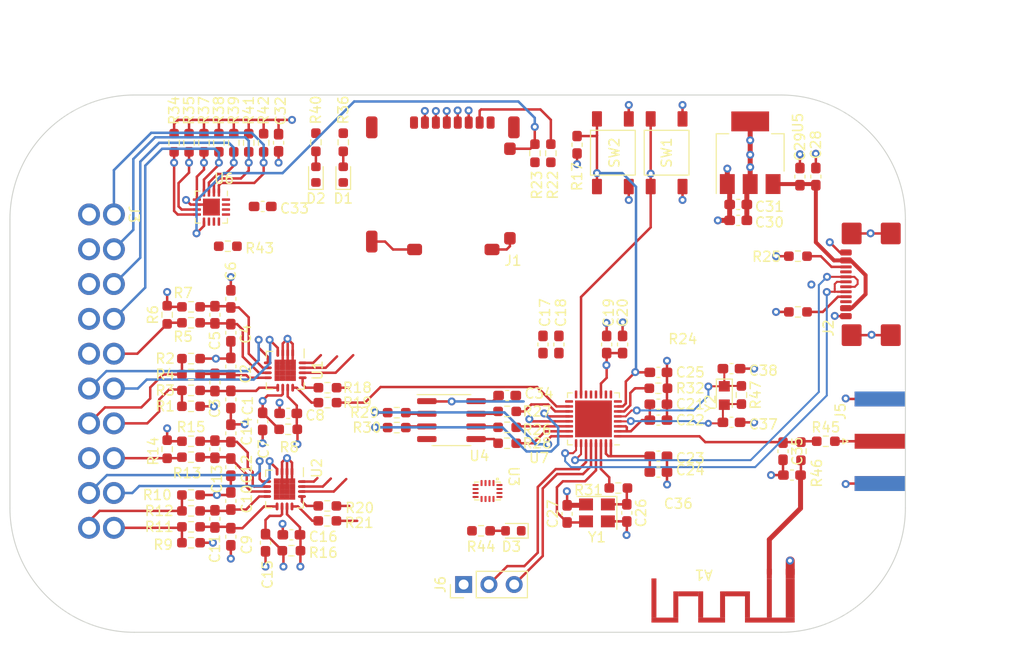
<source format=kicad_pcb>
(kicad_pcb (version 20221018) (generator pcbnew)
  (layers (0 "F.Cu" signal) (1 "In1.Cu" signal) (2 "In2.Cu" signal) (31 "B.Cu" signal) (34 "B.Paste" user) (35 "F.Paste" user) (36 "B.SilkS" user "B.Silkscreen") (37 "F.SilkS" user "F.Silkscreen") (38 "B.Mask" user) (39 "F.Mask" user) (44 "Edge.Cuts" user))
  (net 0 "")
  (net 1 "GND")
  (net 2 "Net-(A1-A)")
  (net 3 "Net-(U1-AIN0{slash}REFP1)")
  (net 4 "Net-(U1-AIN1)")
  (net 5 "Net-(U1-REFP0)")
  (net 6 "/ADS1220_1/AVDD")
  (net 7 "Net-(U1-REFN0)")
  (net 8 "Net-(U2-AIN0{slash}REFP1)")
  (net 9 "Net-(U2-AIN1)")
  (net 10 "Net-(U2-REFP0)")
  (net 11 "/ADS1220_2/AVDD")
  (net 12 "Net-(U2-REFN0)")
  (net 13 "Net-(U7-CHIP_EN)")
  (net 14 "Net-(D1-K)")
  (net 15 "/CS3")
  (net 16 "Net-(D1-A)")
  (net 17 "/DOUT")
  (net 18 "/SCLK")
  (net 19 "/TM-ESP32/XTAL_P")
  (net 20 "/TM-ESP32/XTAL_N")
  (net 21 "/GPIO7")
  (net 22 "+5V")
  (net 23 "Net-(D2-K)")
  (net 24 "Net-(D2-A)")
  (net 25 "Net-(D3-K)")
  (net 26 "Net-(D3-A)")
  (net 28 "Net-(J1-DAT0)")
  (net 29 "/GPIO0")
  (net 30 "/GPIO1")
  (net 31 "/GPIO2")
  (net 32 "/GPIO3")
  (net 33 "/ADC2AIN2")
  (net 34 "/DIN")
  (net 35 "/GPIO4")
  (net 36 "/GPIO5")
  (net 37 "/CS5")
  (net 38 "/CS6")
  (net 39 "/CS7")
  (net 41 "Net-(J2-CC1)")
  (net 42 "+3V3")
  (net 43 "/TM-ESP32/SPICS0")
  (net 45 "Net-(J2-CC2)")
  (net 47 "Net-(J5-In)")
  (net 48 "/TM-ESP32/XTAL_32k_P")
  (net 49 "/TM-ESP32/XTAL_32k_N")
  (net 50 "/TM-ESP32/DecoderA0")
  (net 51 "Net-(U1-DOUT{slash}nDRDY)")
  (net 52 "Net-(U1-nDRDY)")
  (net 53 "Net-(U2-DOUT{slash}nDRDY)")
  (net 54 "Net-(U2-nDRDY)")
  (net 55 "/TM-ESP32/RF")
  (net 56 "/TM-ESP32/D-")
  (net 57 "/TM-ESP32/D+")
  (net 58 "/TM-ESP32/RXD")
  (net 59 "/TM-ESP32/TXD")
  (net 60 "/TM-ESP32/DecoderA1")
  (net 61 "/TM-ESP32/DecoderA2")
  (net 62 "/TM-ESP32/SPIHD")
  (net 63 "/TM-ESP32/SPIWP")
  (net 64 "/TM-ESP32/SPICLK")
  (net 65 "/TM-ESP32/SPID")
  (net 66 "/TM-ESP32/SPIQ")
  (net 67 "/nDRDY1")
  (net 68 "/nDRDY2")
  (net 69 "/ADC1AIN0")
  (net 70 "/ADC1AIN1")
  (net 71 "/ADC1REFIN")
  (net 72 "/ADC2AIN0")
  (net 73 "/ADC2AIN1")
  (net 74 "/ADC2REFIN")
  (net 75 "/ADC1AIN3")
  (net 76 "/ADC1AIN2")
  (net 77 "/ADC2AIN3")
  (net 78 "Net-(U4-CLK)")
  (net 79 "Net-(U4-{slash}HOLD)")
  (net 80 "Net-(U4-DI)")
  (net 81 "Net-(U4-DO)")
  (net 82 "Net-(U4-{slash}WP)")
  (net 83 "Net-(U7-XTAL_P)")
  (net 84 "Net-(U7-GPIO2)")
  (net 85 "Net-(U6-Dout)")
  (net 86 "Net-(U7-GPIO9)")
  (net 87 "/CS1")
  (net 88 "/CS2")
  (net 89 "/CS4")
  (net 90 "/GPIO6")
  (footprint "Capacitor_SMD:C_0603_1608Metric_Pad1.08x0.95mm_HandSolder" (layer "F.Cu") (at 84.2 94 -90)
    (fp_text reference "C14")
    (fp_text value "10n")
  )
  (footprint "Capacitor_SMD:C_0603_1608Metric_Pad1.08x0.95mm_HandSolder" (layer "F.Cu") (at 139.7 95.8 -90)
    (fp_text reference "C35")
    (fp_text value "DNF")
  )
  (footprint "Resistor_SMD:R_0603_1608Metric_Pad0.98x0.95mm_HandSolder" (layer "F.Cu") (at 111.975 91.8 180)
    (fp_text reference "R27")
    (fp_text value "24")
  )
  (footprint "Capacitor_SMD:C_0603_1608Metric_Pad1.08x0.95mm_HandSolder" (layer "F.Cu") (at 84.2 97.4 -90)
    (fp_text reference "C12")
    (fp_text value "10n")
  )
  (footprint "Resistor_SMD:R_0603_1608Metric_Pad0.98x0.95mm_HandSolder" (layer "F.Cu") (at 141.5 95.8 -90)
    (fp_text reference "R46")
    (fp_text value "0")
  )
  (footprint "Capacitor_SMD:C_0603_1608Metric_Pad1.08x0.95mm_HandSolder" (layer "F.Cu") (at 127.175 97.9)
    (fp_text reference "C24")
    (fp_text value "470n")
  )
  (footprint "Capacitor_SMD:C_0603_1608Metric_Pad1.08x0.95mm_HandSolder" (layer "F.Cu") (at 141.4 68.2 90)
    (fp_text reference "C29")
    (fp_text value "470n")
  )
  (footprint "Resistor_SMD:R_0603_1608Metric_Pad0.98x0.95mm_HandSolder" (layer "F.Cu") (at 92.75 64.75 90)
    (fp_text reference "R40")
    (fp_text value "1k")
  )
  (footprint "Capacitor_SMD:C_0603_1608Metric_Pad1.08x0.95mm_HandSolder" (layer "F.Cu") (at 84.2 90.6 90)
    (fp_text reference "C1")
    (fp_text value "10n")
  )
  (footprint "Capacitor_SMD:C_0603_1608Metric_Pad1.08x0.95mm_HandSolder" (layer "F.Cu") (at 127.175 87.875)
    (fp_text reference "C25")
    (fp_text value "470n")
  )
  (footprint "Resistor_SMD:R_0603_1608Metric_Pad0.98x0.95mm_HandSolder" (layer "F.Cu") (at 135.52 90.15 -90)
    (fp_text reference "R47")
    (fp_text value "DNF")
  )
  (footprint "Resistor_SMD:R_0603_1608Metric_Pad0.98x0.95mm_HandSolder" (layer "F.Cu") (at 123.15 99.5)
    (fp_text reference "R31")
    (fp_text value "0")
  )
  (footprint "Resistor_SMD:R_0603_1608Metric_Pad0.98x0.95mm_HandSolder" (layer "F.Cu") (at 93.9175 89.4175)
    (fp_text reference "R18")
    (fp_text value "24")
  )
  (footprint "Capacitor_SMD:C_0603_1608Metric_Pad1.08x0.95mm_HandSolder" (layer "F.Cu") (at 87.4 92.8 -90)
    (fp_text reference "C7")
    (fp_text value "470n")
  )
  (footprint "Resistor_SMD:R_0603_1608Metric_Pad0.98x0.95mm_HandSolder" (layer "F.Cu") (at 111.975 95)
    (fp_text reference "R28")
    (fp_text value "24")
  )
  (footprint "Resistor_SMD:R_0603_1608Metric_Pad0.98x0.95mm_HandSolder" (layer "F.Cu") (at 144 94.8)
    (fp_text reference "R45")
    (fp_text value "DNF")
  )
  (footprint "CH:QFN-16_EP_3.5x3.5_Pitch0.5mm" (layer "F.Cu") (at 89.5975 99.6025 -90)
    (fp_text reference "U2")
    (fp_text value "ADS1220-VQFN")
  )
  (footprint "Capacitor_SMD:C_0603_1608Metric_Pad1.08x0.95mm_HandSolder" (layer "F.Cu") (at 84.2 100.8 90)
    (fp_text reference "C10")
    (fp_text value "10n")
  )
  (footprint "Resistor_SMD:R_0603_1608Metric_Pad0.98x0.95mm_HandSolder" (layer "F.Cu") (at 141.2 76.2)
    (fp_text reference "R25")
    (fp_text value "5.1k")
  )
  (footprint "Connector_Coaxial:SMA_Amphenol_132289_EdgeMount" (layer "F.Cu") (at 149.4375 94.8)
    (fp_text reference "J5")
    (fp_text value "Conn_Coaxial")
  )
  (footprint "Capacitor_SMD:C_0603_1608Metric_Pad1.08x0.95mm_HandSolder" (layer "F.Cu") (at 115.575 85.075 90)
    (fp_text reference "C17")
    (fp_text value "470n")
  )
  (footprint "Package_DFN_QFN:QFN-16-1EP_3x3mm_P0.5mm_EP1.7x1.7mm" (layer "F.Cu") (at 82.25 71.2625 -90)
    (fp_text reference "U6")
    (fp_text value "MAX7317ATE+")
  )
  (footprint "Resistor_SMD:R_0603_1608Metric_Pad0.98x0.95mm_HandSolder" (layer "F.Cu") (at 80.2 96.4)
    (fp_text reference "R13")
    (fp_text value "820")
  )
  (footprint "Resistor_SMD:R_0603_1608Metric_Pad0.98x0.95mm_HandSolder" (layer "F.Cu") (at 83 64.8 90)
    (fp_text reference "R38")
    (fp_text value "1k")
  )
  (footprint "ThermalMint:WifiAntenna" (layer "F.Cu") (at 140.875 107.625 180)
    (fp_text reference "A1")
    (fp_text value "AntennaWithGround")
  )
  (footprint "Resistor_SMD:R_0603_1608Metric_Pad0.98x0.95mm_HandSolder" (layer "F.Cu") (at 95.5 64.75 90)
    (fp_text reference "R36")
    (fp_text value "1k")
  )
  (footprint "Capacitor_SMD:C_0603_1608Metric_Pad1.08x0.95mm_HandSolder" (layer "F.Cu") (at 135.2 72.6 180)
    (fp_text reference "C30")
    (fp_text value "470n")
  )
  (footprint "Resistor_SMD:R_0603_1608Metric_Pad0.98x0.95mm_HandSolder" (layer "F.Cu") (at 80.2 103.4)
    (fp_text reference "R11")
    (fp_text value "820")
  )
  (footprint "Resistor_SMD:R_0603_1608Metric_Pad0.98x0.95mm_HandSolder" (layer "F.Cu") (at 114.765 65.85 90)
    (fp_text reference "R23")
    (fp_text value "10k")
  )
  (footprint "Resistor_SMD:R_0603_1608Metric_Pad0.98x0.95mm_HandSolder" (layer "F.Cu") (at 80.2 86.49)
    (fp_text reference "R2")
    (fp_text value "DNF")
  )
  (footprint "ThermalMint:SW_SPST_PTS647" (layer "F.Cu") (at 122.6 65.8 90)
    (fp_text reference "SW2")
    (fp_text value "PTS647")
  )
  (footprint "Capacitor_SMD:C_0603_1608Metric_Pad1.08x0.95mm_HandSolder" (layer "F.Cu") (at 89.9675 92 180)
    (fp_text reference "C8")
    (fp_text value "470n")
  )
  (footprint "ThermalMint:Molex_SDCard_5031821852" (layer "F.Cu") (at 97.79 62.15)
    (fp_text reference "J1")
    (fp_text value "Molex_5031821852")
  )
  (footprint "Resistor_SMD:R_0603_1608Metric_Pad0.98x0.95mm_HandSolder" (layer "F.Cu") (at 116.365 65.85 -90)
    (fp_text reference "R22")
    (fp_text value "24")
  )
  (footprint "Resistor_SMD:R_0603_1608Metric_Pad0.98x0.95mm_HandSolder" (layer "F.Cu") (at 80.2 101.8)
    (fp_text reference "R12")
    (fp_text value "820")
  )
  (footprint "Resistor_SMD:R_0603_1608Metric_Pad0.98x0.95mm_HandSolder" (layer "F.Cu") (at 141.2 81.8)
    (fp_text reference "R24")
    (fp_text value "5.1k")
  )
  (footprint "Capacitor_SMD:C_0603_1608Metric_Pad1.08x0.95mm_HandSolder" (layer "F.Cu") (at 121.975 85.075 90)
    (fp_text reference "C19")
    (fp_text value "470n")
  )
  (footprint "Resistor_SMD:R_0603_1608Metric_Pad0.98x0.95mm_HandSolder" (layer "F.Cu") (at 80.2 91.29 180)
    (fp_text reference "R1")
    (fp_text value "DNF")
  )
  (footprint "LED_SMD:LED_0603_1608Metric" (layer "F.Cu") (at 95.5 68 90)
    (fp_text reference "D1")
    (fp_text value "LED")
  )
  (footprint "Resistor_SMD:R_0603_1608Metric_Pad0.98x0.95mm_HandSolder" (layer "F.Cu") (at 84.5 64.8 90)
    (fp_text reference "R39")
    (fp_text value "1k")
  )
  (footprint "Capacitor_SMD:C_0603_1608Metric_Pad1.08x0.95mm_HandSolder" (layer "F.Cu") (at 134.52 87.5)
    (fp_text reference "C38")
    (fp_text value "DNF")
  )
  (footprint "Capacitor_SMD:C_0603_1608Metric_Pad1.08x0.95mm_HandSolder" (layer "F.Cu") (at 117.175 85.075 90)
    (fp_text reference "C18")
    (fp_text value "470n")
  )
  (footprint "Resistor_SMD:R_0603_1608Metric_Pad0.98x0.95mm_HandSolder" (layer "F.Cu") (at 77.8 82.09 90)
    (fp_text reference "R6")
    (fp_text value "1.65k")
  )
  (footprint "Resistor_SMD:R_0603_1608Metric_Pad0.98x0.95mm_HandSolder" (layer "F.Cu") (at 100.875 91.925 180)
    (fp_text reference "R29")
    (fp_text value "24")
  )
  (footprint "Resistor_SMD:R_0603_1608Metric_Pad0.98x0.95mm_HandSolder" (layer "F.Cu") (at 127.175 89.475)
    (fp_text reference "R32")
    (fp_text value "10k")
  )
  (footprint "Capacitor_SMD:C_0603_1608Metric_Pad1.08x0.95mm_HandSolder" (layer "F.Cu") (at 111.975 90.2)
    (fp_text reference "C34")
    (fp_text value "470n")
  )
  (footprint "Crystal:Crystal_SMD_3225-4Pin_3.2x2.5mm" (layer "F.Cu") (at 121 102 180)
    (fp_text reference "Y1")
    (fp_text value "FL4000157Z")
  )
  (footprint "Crystal:Crystal_SMD_TXC_9HT11-2Pin_2.0x1.2mm_HandSoldering" (layer "F.Cu") (at 133.8 90.2 -90)
    (fp_text reference "Y2")
    (fp_text value "CM8V-T1A-32.768KHZ-12.5PF-20PPM-TA-QA")
  )
  (footprint "Resistor_SMD:R_0603_1608Metric_Pad1.05x0.95mm_HandSolder" (layer "F.Cu") (at 119 65 90)
    (fp_text reference "R17")
    (fp_text value "10k")
  )
  (footprint "Resistor_SMD:R_0603_1608Metric_Pad0.98x0.95mm_HandSolder" (layer "F.Cu") (at 87.5 64.8 90)
    (fp_text reference "R42")
    (fp_text value "1k")
  )
  (footprint "Resistor_SMD:R_0603_1608Metric_Pad0.98x0.95mm_HandSolder" (layer "F.Cu") (at 93.9175 90.9175)
    (fp_text reference "R19")
    (fp_text value "24")
  )
  (footprint "Resistor_SMD:R_0603_1608Metric_Pad0.98x0.95mm_HandSolder" (layer "F.Cu") (at 78.5 64.8 90)
    (fp_text reference "R34")
    (fp_text value "1k")
  )
  (footprint "Capacitor_SMD:C_0603_1608Metric_Pad1.08x0.95mm_HandSolder" (layer "F.Cu") (at 143 68.2 90)
    (fp_text reference "C28")
    (fp_text value "470n")
  )
  (footprint "Capacitor_SMD:C_0603_1608Metric_Pad1.08x0.95mm_HandSolder" (layer "F.Cu") (at 135.2 71 180)
    (fp_text reference "C31")
    (fp_text value "470n")
  )
  (footprint "Resistor_SMD:R_0603_1608Metric_Pad0.98x0.95mm_HandSolder" (layer "F.Cu") (at 93.9 101.3)
    (fp_text reference "R20")
    (fp_text value "24")
  )
  (footprint "Resistor_SMD:R_0603_1608Metric_Pad0.98x0.95mm_HandSolder" (layer "F.Cu") (at 93.9 102.8)
    (fp_text reference "R21")
    (fp_text value "24")
  )
  (footprint "Package_TO_SOT_SMD:SOT-223-3_TabPin2" (layer "F.Cu") (at 136.4 65.8 90)
    (fp_text reference "U5")
    (fp_text value "NCP1117-3.3_SOT223")
  )
  (footprint "Capacitor_SMD:C_0603_1608Metric_Pad1.08x0.95mm_HandSolder" (layer "F.Cu") (at 134.52 92.9)
    (fp_text reference "C37")
    (fp_text value "DNF")
  )
  (footprint "Resistor_SMD:R_0603_1608Metric_Pad0.98x0.95mm_HandSolder" (layer "F.Cu") (at 80.2 82.89)
    (fp_text reference "R5")
    (fp_text value "820")
  )
  (footprint "Resistor_SMD:R_0603_1608Metric_Pad0.98x0.95mm_HandSolder" (layer "F.Cu") (at 80.2 100.2)
    (fp_text reference "R10")
    (fp_text value "DNF")
  )
  (footprint "Resistor_SMD:R_0603_1608Metric_Pad0.98x0.95mm_HandSolder" (layer "F.Cu") (at 80.2 81.29)
    (fp_text reference "R7")
    (fp_text value "820")
  )
  (footprint "Capacitor_SMD:C_0603_1608Metric_Pad1.08x0.95mm_HandSolder" (layer "F.Cu") (at 82.6 88.89 90)
    (fp_text reference "C3")
    (fp_text value "470n")
  )
  (footprint "LED_SMD:LED_0603_1608Metric" (layer "F.Cu") (at 112.6 103.8 180)
    (fp_text reference "D3")
    (fp_text value "LED")
  )
  (footprint "Resistor_SMD:R_0603_1608Metric_Pad0.98x0.95mm_HandSolder" (layer "F.Cu") (at 80.2 94.8)
    (fp_text reference "R15")
    (fp_text value "820")
  )
  (footprint "Connector_PinHeader_2.54mm:PinHeader_1x03_P2.54mm_Vertical" (layer "F.Cu") (at 107.6 109.2 90)
    (fp_text reference "J6")
    (fp_text value "Conn_01x03_Female")
  )
  (footprint "Resistor_SMD:R_0603_1608Metric_Pad0.98x0.95mm_HandSolder" (layer "F.Cu") (at 100.875 93.425 180)
    (fp_text reference "R30")
    (fp_text value "24")
  )
  (footprint "Resistor_SMD:R_0603_1608Metric_Pad0.98x0.95mm_HandSolder" (layer "F.Cu") (at 80.2 105 180)
    (fp_text reference "R9")
    (fp_text value "DNF")
  )
  (footprint "Resistor_SMD:R_0603_1608Metric_Pad0.98x0.95mm_HandSolder" (layer "F.Cu") (at 80.2 89.69)
    (fp_text reference "R3")
    (fp_text value "820")
  )
  (footprint "Resistor_SMD:R_0603_1608Metric_Pad0.98x0.95mm_HandSolder" (layer "F.Cu") (at 80.2 88.09)
    (fp_text reference "R4")
    (fp_text value "820")
  )
  (footprint "Resistor_SMD:R_0603_1608Metric_Pad0.98x0.95mm_HandSolder" (layer "F.Cu") (at 111.975 93.4 180)
    (fp_text reference "R26")
    (fp_text value "24")
  )
  (footprint "Capacitor_SMD:C_0603_1608Metric_Pad1.08x0.95mm_HandSolder" (layer "F.Cu") (at 127.175 91.075)
    (fp_text reference "C21")
    (fp_text value "470n")
  )
  (footprint "Resistor_SMD:R_0603_1608Metric_Pad0.98x0.95mm_HandSolder" (layer "F.Cu") (at 81.5 64.8 90)
    (fp_text reference "R37")
    (fp_text value "1k")
  )
  (footprint "Package_DFN_QFN:QFN-32-1EP_5x5mm_P0.5mm_EP3.7x3.7mm" (layer "F.Cu") (at 120.65 92.55 180)
    (fp_text reference "U7")
    (fp_text value "ESP32-C3")
  )
  (footprint "Package_SO:SOIC-8_3.9x4.9mm_P1.27mm" (layer "F.Cu") (at 106.375 92.675)
    (fp_text reference "U4")
    (fp_text value "AT25DL081-SSHN-T")
  )
  (footprint "ThermalMint:USB4110-GF-A" (layer "F.Cu") (at 146.0225 79.025 90)
    (fp_text reference "J2")
    (fp_text value "USB4110-GF-A")
  )
  (footprint "CH:QFN-16_EP_3.5x3.5_Pitch0.5mm" (layer "F.Cu") (at 89.6675 87.6675 -90)
    (fp_text reference "U1")
    (fp_text value "ADS1220-VQFN")
  )
  (footprint "Capacitor_SMD:C_0603_1608Metric_Pad1.08x0.95mm_HandSolder" (layer "F.Cu") (at 82.6 102.6 90)
    (fp_text reference "C11")
    (fp_text value "470n")
  )
  (footprint "Capacitor_SMD:C_0603_1608Metric_Pad1.08x0.95mm_HandSolder" (layer "F.Cu") (at 127.175 96.3)
    (fp_text reference "C23")
    (fp_text value "470n")
  )
  (footprint "Capacitor_SMD:C_0603_1608Metric_Pad1.08x0.95mm_HandSolder" (layer "F.Cu") (at 84.2 104.4 90)
    (fp_text reference "C9")
    (fp_text value "10n")
  )
  (footprint "Capacitor_SMD:C_0603_1608Metric_Pad1.08x0.95mm_HandSolder" (layer "F.Cu") (at 140.6 98.2 180)
    (fp_text reference "C36")
    (fp_text value "1p")
  )
  (footprint "ThermalMint:1786918_02_DMC" (layer "F.Cu") (at 72.45 72 -90)
    (fp_text reference "J3")
    (fp_text value "Conn_01x20_Male")
  )
  (footprint "Capacitor_SMD:C_0603_1608Metric_Pad1.08x0.95mm_HandSolder" (layer "F.Cu") (at 87.6875 105 -90)
    (fp_text reference "C15")
    (fp_text value "470n")
  )
  (footprint "Capacitor_SMD:C_0603_1608Metric_Pad1.08x0.95mm_HandSolder" (layer "F.Cu") (at 84.2 83.89 -90)
    (fp_text reference "C4")
    (fp_text value "10n")
  )
  (footprint "Capacitor_SMD:C_0603_1608Metric_Pad1.08x0.95mm_HandSolder" (layer "F.Cu") (at 123.575 85.075 90)
    (fp_text reference "C20")
    (fp_text value "470n")
  )
  (footprint "Capacitor_SMD:C_0603_1608Metric_Pad1.08x0.95mm_HandSolder" (layer "F.Cu") (at 127.175 92.675)
    (fp_text reference "C22")
    (fp_text value "470n")
  )
  (footprint "Capacitor_SMD:C_0603_1608Metric_Pad1.08x0.95mm_HandSolder" (layer "F.Cu") (at 84.2 80.49 -90)
    (fp_text reference "C6")
    (fp_text value "10n")
  )
  (footprint "Capacitor_SMD:C_0603_1608Metric_Pad1.08x0.95mm_HandSolder" (layer "F.Cu") (at 82.6 95.6 -90)
    (fp_text reference "C13")
    (fp_text value "470n")
  )
  (footprint "Resistor_SMD:R_0603_1608Metric_Pad0.98x0.95mm_HandSolder" (layer "F.Cu") (at 86 64.8 90)
    (fp_text reference "R41")
    (fp_text value "1k")
  )
  (footprint "Capacitor_SMD:C_0603_1608Metric_Pad1.08x0.95mm_HandSolder" (layer "F.Cu") (at 118 102.1 90)
    (fp_text reference "C27")
    (fp_text value "15p")
  )
  (footprint "Resistor_SMD:R_0603_1608Metric_Pad0.98x0.95mm_HandSolder" (layer "F.Cu") (at 89.9675 93.6)
    (fp_text reference "R8")
    (fp_text value "10")
  )
  (footprint "ThermalMint:SW_SPST_PTS647" (layer "F.Cu") (at 128 65.8 90)
    (fp_text reference "SW1")
    (fp_text value "PTS647")
  )
  (footprint "Capacitor_SMD:C_0603_1608Metric_Pad1.08x0.95mm_HandSolder" (layer "F.Cu") (at 124 102 -90)
    (fp_text reference "C26")
    (fp_text value "15p")
  )
  (footprint "Resistor_SMD:R_0603_1608Metric_Pad0.98x0.95mm_HandSolder" (layer "F.Cu") (at 77.8 95.6 90)
    (fp_text reference "R14")
    (fp_text value "1.65k")
  )
  (footprint "Capacitor_SMD:C_0603_1608Metric_Pad1.08x0.95mm_HandSolder" (layer "F.Cu") (at 84.2 87.29 90)
    (fp_text reference "C2")
    (fp_text value "10n")
  )
  (footprint "Resistor_SMD:R_0603_1608Metric_Pad0.98x0.95mm_HandSolder" (layer "F.Cu") (at 90.2875 105.8)
    (fp_text reference "R16")
    (fp_text value "10")
  )
  (footprint "Capacitor_SMD:C_0603_1608Metric_Pad1.08x0.95mm_HandSolder" (layer "F.Cu") (at 90.2875 104.2 180)
    (fp_text reference "C16")
    (fp_text value "470n")
  )
  (footprint "Capacitor_SMD:C_0603_1608Metric_Pad1.08x0.95mm_HandSolder" (layer "F.Cu") (at 89 64.8 -90)
    (fp_text reference "C32")
    (fp_text value "470n")
  )
  (footprint "Capacitor_SMD:C_0603_1608Metric_Pad1.08x0.95mm_HandSolder" (layer "F.Cu") (at 87.4 71.2)
    (fp_text reference "C33")
    (fp_text value "470n")
  )
  (footprint "Resistor_SMD:R_0603_1608Metric_Pad0.98x0.95mm_HandSolder" (layer "F.Cu") (at 109.35 103.8 180)
    (fp_text reference "R44")
    (fp_text value "1k")
  )
  (footprint "Capacitor_SMD:C_0603_1608Metric_Pad1.08x0.95mm_HandSolder" (layer "F.Cu") (at 82.6 82.09 -90)
    (fp_text reference "C5")
    (fp_text value "470n")
  )
  (footprint "LED_SMD:LED_0603_1608Metric" (layer "F.Cu") (at 92.75 68 90)
    (fp_text reference "D2")
    (fp_text value "LED")
  )
  (footprint "Resistor_SMD:R_0603_1608Metric_Pad0.98x0.95mm_HandSolder" (layer "F.Cu") (at 80 64.8 90)
    (fp_text reference "R35")
    (fp_text value "1k")
  )
  (footprint "ThermalMint:UQFN16 - RSV0016A" (layer "F.Cu") (at 110 99.8 -90)
    (fp_text reference "U3")
    (fp_text value "SN74LVC138ARSVR")
  )
  (footprint "Resistor_SMD:R_0603_1608Metric_Pad0.98x0.95mm_HandSolder" (layer "F.Cu") (at 83.9 75.2)
    (fp_text reference "R43")
    (fp_text value "24")
  )
  (gr_arc (start 74.5 114) (mid 65.661165 110.338835) (end 62 101.5) (stroke (width 0.1)) (layer "Edge.Cuts"))
  (gr_rect (start 117.9 50.5) (end 117.9 50.5) (stroke (width 0.1)) (fill none) (layer "Edge.Cuts"))
  (gr_arc (start 62 72.5) (mid 65.661165 63.661165) (end 74.5 60) (stroke (width 0.1)) (layer "Edge.Cuts"))
  (gr_line (start 74.5 60) (end 139.5 60) (stroke (width 0.1)) (layer "Edge.Cuts"))
  (gr_arc (start 139.5 60) (mid 148.338835 63.661165) (end 152 72.5) (stroke (width 0.1)) (layer "Edge.Cuts"))
  (gr_line (start 152 72.5) (end 152 101.5) (stroke (width 0.1)) (layer "Edge.Cuts"))
  (gr_line (start 139.5 114) (end 74.5 114) (stroke (width 0.1)) (layer "Edge.Cuts"))
  (gr_line (start 62 101.5) (end 62 72.5) (stroke (width 0.1)) (layer "Edge.Cuts"))
  (gr_arc (start 152 101.5) (mid 148.338835 110.338835) (end 139.5 114) (stroke (width 0.1)) (layer "Edge.Cuts"))
  (segment (start 139.7375 98.2) (end 138.5 98.2) (width 0.25) (layer "F.Cu") (net 1))
  (segment (start 85.6 93.1) (end 84.2375 93.1) (width 0.25) (layer "F.Cu") (net 1))
  (segment (start 148.515 73.915) (end 148.5 73.9) (width 0.25) (layer "F.Cu") (net 1))
  (segment (start 89.9175 85.9175) (end 89.9175 84.5175) (width 0.25) (layer "F.Cu") (net 1))
  (segment (start 99.705 74.73) (end 100.5 75.525) (width 0.25) (layer "F.Cu") (net 1))
  (segment (start 123.575 82.875) (end 123.6 82.85) (width 0.25) (layer "F.Cu") (net 1))
  (segment (start 90.3475 98.7475) (end 90.4 98.8) (width 0.25) (layer "F.Cu") (net 1))
  (segment (start 84.1375 86.49) (end 84.2 86.4275) (width 0.25) (layer "F.Cu") (net 1))
  (segment (start 140.2875 76.2) (end 139 76.2) (width 0.25) (layer "F.Cu") (net 1))
  (segment (start 89.1 91.995) (end 89.105 92) (width 0.25) (layer "F.Cu") (net 1))
  (segment (start 123.575 84.2125) (end 123.575 82.875) (width 0.25) (layer "F.Cu") (net 1))
  (segment (start 118 101.2375) (end 118 99.85) (width 0.25) (layer "F.Cu") (net 1))
  (segment (start 89.85 96.5) (end 89.7475 96.5) (width 0.25) (layer "F.Cu") (net 1))
  (segment (start 119.8125 101.2375) (end 119.9 101.15) (width 0.25) (layer "F.Cu") (net 1))
  (segment (start 84.2 99.9375) (end 84.2 98.2625) (width 0.25) (layer "F.Cu") (net 1))
  (segment (start 141.4 65.95) (end 141.4 66.05) (width 0.25) (layer "F.Cu") (net 1))
  (segment (start 84.2 79.6275) (end 84.2 78.3) (width 0.25) (layer "F.Cu") (net 1))
  (segment (start 89.4175 87.3825) (end 89.4 87.4) (width 0.25) (layer "F.Cu") (net 1))
  (segment (start 148.565 84.135) (end 148.6 84.1) (width 0.25) (layer "F.Cu") (net 1))
  (segment (start 148.6 84.1) (end 148.635 84.135) (width 0.25) (layer "F.Cu") (net 1))
  (segment (start 146.05 90.55) (end 149.4375 90.55) (width 0.25) (layer "F.Cu") (net 1))
  (segment (start 90.4175 87.3475) (end 90.47 87.4) (width 0.25) (layer "F.Cu") (net 1))
  (segment (start 128.0375 92.675) (end 128.0375 87.875) (width 0.25) (layer "F.Cu") (net 1))
  (segment (start 140.425 106.825) (end 140.4 106.8) (width 0.25) (layer "F.Cu") (net 1))
  (segment (start 89.3475 99.3175) (end 89.33 99.335) (width 0.25) (layer "F.Cu") (net 1))
  (segment (start 89.9175 84.5175) (end 89.9 84.5) (width 0.25) (layer "F.Cu") (net 1))
  (segment (start 80.1625 71.0125) (end 79.7 70.55) (width 0.25) (layer "F.Cu") (net 1))
  (segment (start 124 104.2) (end 123.975 104.225) (width 0.25) (layer "F.Cu") (net 1))
  (segment (start 77.9125 94.8) (end 77.8 94.6875) (width 0.25) (layer "F.Cu") (net 1))
  (segment (start 89.8475 97.8525) (end 89.8475 99.3175) (width 0.25) (layer "F.Cu") (net 1))
  (segment (start 134.3375 71) (end 134.3375 69.1875) (width 0.5) (layer "F.Cu") (net 1))
  (segment (start 89.8475 96.5525) (end 89.9 96.5) (width 0.25) (layer "F.Cu") (net 1))
  (segment (start 146.0225 75.825) (end 145.425 75.825) (width 0.25) (layer "F.Cu") (net 1))
  (segment (start 128.0375 99.1375) (end 128.05 99.15) (width 0.25) (layer "F.Cu") (net 1))
  (segment (start 150.5275 73.915) (end 148.515 73.915) (width 0.25) (layer "F.Cu") (net 1))
  (segment (start 121.975 82.925) (end 121.95 82.9) (width 0.25) (layer "F.Cu") (net 1))
  (segment (start 124.2 62.4) (end 124.2 61.25) (width 0.25) (layer "F.Cu") (net 1))
  (segment (start 124.2 61.25) (end 124.25 61.2) (width 0.25) (layer "F.Cu") (net 1))
  (segment (start 89 65.6625) (end 89 66.8) (width 0.25) (layer "F.Cu") (net 1))
  (segment (start 82.7 86.5) (end 82.71 86.49) (width 0.25) (layer "F.Cu") (net 1))
  (segment (start 121.975 84.2125) (end 121.975 82.925) (width 0.25) (layer "F.Cu") (net 1))
  (segment (start 148.5 73.9) (end 148.485 73.915) (width 0.25) (layer "F.Cu") (net 1))
  (segment (start 118 99.85) (end 117.975 99.825) (width 0.25) (layer "F.Cu") (net 1))
  (segment (start 79.2875 81.29) (end 77.9125 81.29) (width 0.25) (layer "F.Cu") (net 1))
  (segment (start 82.71 86.49) (end 84.1375 86.49) (width 0.25) (layer "F.Cu") (net 1))
  (segment (start 140.2875 81.8) (end 139 81.8) (width 0.25) (layer "F.Cu") (net 1))
  (segment (start 112.25 74.4) (end 112.25 75.2) (width 0.25) (layer "F.Cu") (net 1))
  (segment (start 90.4175 85.0175) (end 90.4175 85.9175) (width 0.25) (layer "F.Cu") (net 1))
  (segment (start 124 102.8625) (end 124 104.2) (width 0.25) (layer "F.Cu") (net 1))
  (segment (start 146 90.5) (end 146.05 90.55) (width 0.25) (layer "F.Cu") (net 1))
  (segment (start 89.4175 85.9175) (end 89.4175 87.3825) (width 0.25) (layer "F.Cu") (net 1))
  (segment (start 122.1 102.85) (end 123.9875 102.85) (width 0.25) (layer "F.Cu") (net 1))
  (segment (start 80.7875 71.0125) (end 80.1625 71.0125) (width 0.25) (layer "F.Cu") (net 1))
  (segment (start 89.425 103.125) (end 89.4 103.1) (width 0.25) (layer "F.Cu") (net 1))
  (segment (start 108.11 61.56) (end 108.1 61.55) (width 0.25) (layer "F.Cu") (net 1))
  (segment (start 89.425 103.5375) (end 89.425 103.125) (width 0.25) (layer "F.Cu") (net 1))
  (segment (start 90.3475 96.95) (end 90.3475 97.8525) (width 0.25) (layer "F.Cu") (net 1))
  (segment (start 102.67 75.525) (end 100.5 75.525) (width 0.25) (layer "F.Cu") (net 1))
  (segment (start 139.7 96.6625) (end 139.7 98.1625) (width 0.25) (layer "F.Cu") (net 1))
  (segment (start 84.2375 93.1) (end 84.2 93.1375) (width 0.25) (layer "F.Cu") (net 1))
  (segment (start 146 99.1) (end 146.05 99.05) (width 0.25) (layer "F.Cu") (net 1))
  (segment (start 134.1 68.95) (end 134.1 67.4) (width 0.5) (layer "F.Cu") (net 1))
  (segment (start 135.3825 87.5) (end 136.8 87.5) (width 0.25) (layer "F.Cu") (net 1))
  (segment (start 90.4175 85.9175) (end 90.4175 87.3475) (width 0.25) (layer "F.Cu") (net 1))
  (segment (start 145.425 75.825) (end 144.4 74.8) (width 0.25) (layer "F.Cu") (net 1))
  (segment (start 89.8475 97.8525) (end 89.8475 96.5525) (width 0.25) (layer "F.Cu") (net 1))
  (segment (start 89.3475 96.9) (end 89.3475 97.8525) (width 0.25) (layer "F.Cu") (net 1))
  (segment (start 145 82.225) (end 145.025 82.225) (width 0.25) (layer "F.Cu") (net 1))
  (segment (start 111.925 75.525) (end 110.45 75.525) (width 0.25) (layer "F.Cu") (net 1))
  (segment (start 82.8 100.2) (end 83.9375 100.2) (width 0.25) (layer "F.Cu") (net 1))
  (segment (start 89.7475 96.5) (end 89.3475 96.9) (width 0.25) (layer "F.Cu") (net 1))
  (segment (start 89.9 84.5) (end 89.4175 84.9825) (width 0.25) (layer "F.Cu") (net 1))
  (segment (start 134.3375 72.6) (end 133.15 72.6) (width 0.5) (layer "F.Cu") (net 1))
  (segment (start 84.2 105.2625) (end 84.2 106.6) (width 0.25) (layer "F.Cu") (net 1))
  (segment (start 80.7875 71.0125) (end 82 71.0125) (width 0.25) (layer "F.Cu") (net 1))
  (segment (start 82 71.0125) (end 82.25 71.2625) (width 0.25) (layer "F.Cu") (net 1))
  (segment (start 123.9875 102.85) (end 124 102.8625) (width 0.25) (layer "F.Cu") (net 1))
  (segment (start 87.6875 105.8625) (end 87.6875 107.4) (width 0.25) (layer "F.Cu") (net 1))
  (segment (start 145.05 82.225) (end 144.9 82.2) (width 0.25) (layer "F.Cu") (net 1))
  (segment (start 134.3375 69.1875) (end 134.1 68.95) (width 0.25) (layer "F.Cu") (net 1))
  (segment (start 108.11 62.77) (end 108.11 61.56) (width 0.25) (layer "F.Cu") (net 1))
  (segment (start 146.0225 82.225) (end 145.05 82.225) (width 0.25) (layer "F.Cu") (net 1))
  (segment (start 81.1125 86.49) (end 82.69 86.49) (width 0.25) (layer "F.Cu") (net 1))
  (segment (start 89.1 90.9245) (end 89.1 91.995) (width 0.25) (layer "F.Cu") (net 1))
  (segment (start 128.0375 87.875) (end 128.0375 86.7125) (width 0.25) (layer "F.Cu") (net 1))
  (segment (start 79.2875 94.8) (end 77.9125 94.8) (width 0.25) (layer "F.Cu") (net 1))
  (segment (start 135.3825 92.9) (end 136.8 92.9) (width 0.25) (layer "F.Cu") (net 1))
  (segment (start 124.2 61) (end 124.2 62.4) (width 0.25) (layer "F.Cu") (net 1))
  (segment (start 98.365 74.73) (end 99.705 74.73) (width 0.25) (layer "F.Cu") (net 1))
  (segment (start 146.5975 84.135) (end 148.565 84.135) (width 0.25) (layer "F.Cu") (net 1))
  (segment (start 129.6 69.2) (end 129.6 70.55) (width 0.25) (layer "F.Cu") (net 1))
  (segment (start 89.85 96.5) (end 89.8975 96.5) (width 0.25) (layer "F.Cu") (net 1))
  (segment (start 143 65.9) (end 143 66) (width 0.25) (layer "F.Cu") (net 1))
  (segment (start 140.425 108.125) (end 140.425 106.825) (width 0.9) (layer "F.Cu") (net 1))
  (segment (start 89.8475 99.3175) (end 89.865 99.335) (width 0.25) (layer "F.Cu") (net 1))
  (segment (start 89.3475 97.8525) (end 89.3475 99.3175) (width 0.25) (layer "F.Cu") (net 1))
  (segment (start 77.8 94.6875) (end 77.8 93.5) (width 0.25) (layer "F.Cu") (net 1))
  (segment (start 81.1125 100.2) (end 82.8 100.2) (width 0.25) (layer "F.Cu") (net 1))
  (segment (start 148.485 73.915) (end 146.5975 73.915) (width 0.25) (layer "F.Cu") (net 1))
  (segment (start 148.635 84.135) (end 150.5275 84.135) (width 0.25) (layer "F.Cu") (net 1))
  (segment (start 84.2 93.1375) (end 84.2 91.4625) (width 0.25) (layer "F.Cu") (net 1))
  (segment (start 128.0375 96.3) (end 128.0375 99.1375) (width 0.25) (layer "F.Cu") (net 1))
  (segment (start 87.4 93.6625) (end 87.4 95) (width 0.25) (layer "F.Cu") (net 1))
  (segment (start 124.2 69.2) (end 124.2 70.55) (width 0.25) (layer "F.Cu") (net 1))
  (segment (start 83.9375 100.2) (end 84.2 99.9375) (width 0.25) (layer "F.Cu") (net 1))
  (segment (start 84.2 86.4275) (end 84.2 84.7525) (width 0.25) (layer "F.Cu") (net 1))
  (segment (start 89.4175 84.9825) (end 89.4175 85.9175) (width 0.25) (layer "F.Cu") (net 1))
  (segment (start 82.69 86.49) (end 82.7 86.5) (width 0.25) (layer "F.Cu") (net 1))
  (segment (start 89.9 84.5) (end 90.4175 85.0175) (width 0.25) (layer "F.Cu") (net 1))
  (segment (start 139 81.8) (end 139.1 81.8) (width 0.25) (layer "F.Cu") (net 1))
  (segment (start 89.8975 96.5) (end 90.3475 96.95) (width 0.25) (layer "F.Cu") (net 1))
  (segment (start 89.9175 85.9175) (end 89.9175 87.3825) (width 0.25) (layer "F.Cu") (net 1))
  (segment (start 112.25 75.2) (end 111.925 75.525) (width 0.25) (layer "F.Cu") (net 1))
  (segment (start 89.105 91.8) (end 89.105 90.9295) (width 0.25) (layer "F.Cu") (net 1))
  (segment (start 118 101.2375) (end 119.8125 101.2375) (width 0.5) (layer "F.Cu") (net 1))
  (segment (start 141.4 67.3375) (end 141.4 65.95) (width 0.25) (layer "F.Cu") (net 1))
  (segment (start 129.6 62.4) (end 129.6 61) (width 0.25) (layer "F.Cu") (net 1))
  (segment (start 146.05 99.05) (end 149.4375 99.05) (width 0.25) (layer "F.Cu") (net 1))
  (segment (start 90.3475 97.8525) (end 90.3475 98.7475) (width 0.25) (layer "F.Cu") (net 1))
  (segment (start 143 67.3375) (end 143 65.9) (width 0.25) (layer "F.Cu") (net 1))
  (segment (start 77.8 81.1775) (end 77.8 79.8) (width 0.25) (layer "F.Cu") (net 1))
  (segment (start 139.7 98.1625) (end 139.7375 98.2) (width 0.25) (layer "F.Cu") (net 1))
  (segment (start 89.425 104.2) (end 89.425 103.5375) (width 0.25) (layer "F.Cu") (net 1))
  (segment (start 134.3375 72.6) (end 134.3375 71) (width 0.5) (layer "F.Cu") (net 1))
  (segment (start 89.105 90.9295) (end 89.1 90.9245) (width 0.25) (layer "F.Cu") (net 1))
  (segment (start 144.9 82.2) (end 145 82.225) (width 0.25) (layer "F.Cu") (net 1))
  (segment (start 89.9175 87.3825) (end 89.935 87.4) (width 0.25) (layer "F.Cu") (net 1))
  (segment (start 77.9125 81.29) (end 77.8 81.1775) (width 0.25) (layer "F.Cu") (net 1))
  (via (at 85.6 93.1) (size 0.8) (drill 0.4) (layers "F.Cu" "B.Cu") (net 1))
  (via (at 148.5 73.9) (size 0.8) (drill 0.4) (layers "F.Cu" "B.Cu") (net 1))
  (via (at 108.1 61.55) (size 0.8) (drill 0.4) (layers "F.Cu" "B.Cu") (net 1))
  (via (at 128.0375 86.7125) (size 0.8) (drill 0.4) (layers "F.Cu" "B.Cu") (net 1))
  (via (at 146 90.5) (size 0.8) (drill 0.4) (layers "F.Cu" "B.Cu") (net 1))
  (via (at 138.5 98.2) (size 0.8) (drill 0.4) (layers "F.Cu" "B.Cu") (net 1))
  (via (at 84.2 106.6) (size 0.8) (drill 0.4) (layers "F.Cu" "B.Cu") (net 1))
  (via (at 82.8 100.2) (size 0.8) (drill 0.4) (layers "F.Cu" "B.Cu") (net 1))
  (via (at 134.1 67.4) (size 0.8) (drill 0.4) (layers "F.Cu" "B.Cu") (net 1))
  (via (at 77.8 79.8) (size 0.8) (drill 0.4) (layers "F.Cu" "B.Cu") (net 1))
  (via (at 141.4 65.95) (size 0.8) (drill 0.4) (layers "F.Cu" "B.Cu") (net 1))
  (via (at 136.8 92.9) (size 0.8) (drill 0.4) (layers "F.Cu" "B.Cu") (net 1))
  (via (at 144.4 74.8) (size 0.8) (drill 0.4) (layers "F.Cu" "B.Cu") (net 1))
  (via (at 144.9 82.2) (size 0.8) (drill 0.4) (layers "F.Cu" "B.Cu") (net 1))
  (via (at 146 99.1) (size 0.8) (drill 0.4) (layers "F.Cu" "B.Cu") (net 1))
  (via (at 82.7 86.5) (size 0.8) (drill 0.4) (layers "F.Cu" "B.Cu") (net 1))
  (via (at 142.55 79.05) (size 0.8) (drill 0.4) (layers "F.Cu" "B.Cu") (net 1))
  (via (at 129.6 70.55) (size 0.8) (drill 0.4) (layers "F.Cu" "B.Cu") (net 1))
  (via (at 133.15 72.6) (size 0.8) (drill 0.4) (layers "F.Cu" "B.Cu") (net 1))
  (via (at 117.975 99.825) (size 0.8) (drill 0.4) (layers "F.Cu" "B.Cu") (net 1))
  (via (at 89.9 84.5) (size 0.8) (drill 0.4) (layers "F.Cu" "B.Cu") (net 1))
  (via (at 87.4 95) (size 0.8) (drill 0.4) (layers "F.Cu" "B.Cu") (net 1))
  (via (at 123.975 104.225) (size 0.8) (drill 0.4) (layers "F.Cu" "B.Cu") (net 1))
  (via (at 124.2 61) (size 0.8) (drill 0.4) (layers "F.Cu" "B.Cu") (net 1))
  (via (at 89.85 96.5) (size 0.8) (drill 0.4) (layers "F.Cu" "B.Cu") (net 1))
  (via (at 79.7 70.55) (size 0.8) (drill 0.4) (layers "F.Cu" "B.Cu") (net 1))
  (via (at 143 65.9) (size 0.8) (drill 0.4) (layers "F.Cu" "B.Cu") (net 1))
  (via (at 89 66.8) (size 0.8) (drill 0.4) (layers "F.Cu" "B.Cu") (net 1))
  (via (at 123.6 82.85) (size 0.8) (drill 0.4) (layers "F.Cu" "B.Cu") (net 1))
  (via (at 84.2 78.3) (size 0.8) (drill 0.4) (layers "F.Cu" "B.Cu") (net 1))
  (via (at 89.4 103.1) (size 0.8) (drill 0.4) (layers "F.Cu" "B.Cu") (net 1))
  (via (at 87.6875 107.4) (size 0.8) (drill 0.4) (layers "F.Cu" "B.Cu") (net 1))
  (via (at 124.2 70.55) (size 0.8) (drill 0.4) (layers "F.Cu" "B.Cu") (net 1))
  (via (at 77.8 93.5) (size 0.8) (drill 0.4) (layers "F.Cu" "B.Cu") (net 1))
  (via (at 129.6 61) (size 0.8) (drill 0.4) (layers "F.Cu" "B.Cu") (net 1))
  (via (at 139 76.2) (size 0.8) (drill 0.4) (layers "F.Cu" "B.Cu") (net 1))
  (via (at 89.1 90.9245) (size 0.8) (drill 0.4) (layers "F.Cu" "B.Cu") (net 1))
  (via (at 140.4 106.8) (size 0.8) (drill 0.4) (layers "F.Cu" "B.Cu") (net 1))
  (via (at 148.6 84.1) (size 0.8) (drill 0.4) (layers "F.Cu" "B.Cu") (net 1))
  (via (at 136.8 87.5) (size 0.8) (drill 0.4) (layers "F.Cu" "B.Cu") (net 1))
  (via (at 139 81.8) (size 0.8) (drill 0.4) (layers "F.Cu" "B.Cu") (net 1))
  (via (at 128.05 99.15) (size 0.8) (drill 0.4) (layers "F.Cu" "B.Cu") (net 1))
  (via (at 121.95 82.9) (size 0.8) (drill 0.4) (layers "F.Cu" "B.Cu") (net 1))
  (segment (start 138.325 104.675) (end 141.4625 101.5375) (width 0.5) (layer "F.Cu") (net 2))
  (segment (start 141.6 98.0625) (end 141.4625 98.2) (width 0.25) (layer "F.Cu") (net 2))
  (segment (start 141.5 96.7125) (end 141.5 98.1625) (width 0.25) (layer "F.Cu") (net 2))
  (segment (start 141.5 98.1625) (end 141.4625 98.2) (width 0.25) (layer "F.Cu") (net 2))
  (segment (start 141.4625 98.2) (end 141.4625 99.9375) (width 0.25) (layer "F.Cu") (net 2))
  (segment (start 141.4625 101.5375) (end 141.4625 98.2) (width 0.5) (layer "F.Cu") (net 2))
  (segment (start 138.325 108.125) (end 138.325 104.675) (width 0.5) (layer "F.Cu") (net 2))
  (segment (start 82.6 89.7525) (end 84.185 89.7525) (width 0.25) (layer "F.Cu") (net 3))
  (segment (start 81.175 89.7525) (end 81.1125 89.69) (width 0.25) (layer "F.Cu") (net 3))
  (segment (start 87.0575 89.4175) (end 88.9175 89.4175) (width 0.25) (layer "F.Cu") (net 3))
  (segment (start 84.2 89.7375) (end 86.7375 89.7375) (width 0.25) (layer "F.Cu") (net 3))
  (segment (start 86.7375 89.7375) (end 87.0575 89.4175) (width 0.25) (layer "F.Cu") (net 3))
  (segment (start 82.6 89.7525) (end 81.175 89.7525) (width 0.25) (layer "F.Cu") (net 3))
  (segment (start 84.185 89.7525) (end 84.2 89.7375) (width 0.25) (layer "F.Cu") (net 3))
  (segment (start 85.7525 88.1525) (end 84.2 88.1525) (width 0.25) (layer "F.Cu") (net 4))
  (segment (start 82.6 88.0275) (end 81.175 88.0275) (width 0.25) (layer "F.Cu") (net 4))
  (segment (start 87.9175 88.4175) (end 86.0175 88.4175) (width 0.25) (layer "F.Cu") (net 4))
  (segment (start 86.0175 88.4175) (end 85.7525 88.1525) (width 0.25) (layer "F.Cu") (net 4))
  (segment (start 82.6 88.0275) (end 84.075 88.0275) (width 0.25) (layer "F.Cu") (net 4))
  (segment (start 81.175 88.0275) (end 81.1125 88.09) (width 0.25) (layer "F.Cu") (net 4))
  (segment (start 84.075 88.0275) (end 84.2 88.1525) (width 0.25) (layer "F.Cu") (net 4))
  (segment (start 84.125 82.9525) (end 84.2 83.0275) (width 0.25) (layer "F.Cu") (net 5))
  (segment (start 85.4 86.3) (end 87.0175 87.9175) (width 0.25) (layer "F.Cu") (net 5))
  (segment (start 82.6 82.9525) (end 84.125 82.9525) (width 0.25) (layer "F.Cu") (net 5))
  (segment (start 85.4 83.6) (end 85.4 86.3) (width 0.25) (layer "F.Cu") (net 5))
  (segment (start 84.2 83.0275) (end 84.8275 83.0275) (width 0.25) (layer "F.Cu") (net 5))
  (segment (start 81.175 82.9525) (end 81.1125 82.89) (width 0.25) (layer "F.Cu") (net 5))
  (segment (start 84.8275 83.0275) (end 85.4 83.6) (width 0.25) (layer "F.Cu") (net 5))
  (segment (start 87.0175 87.9175) (end 87.9175 87.9175) (width 0.25) (layer "F.Cu") (net 5))
  (segment (start 82.6 82.9525) (end 81.175 82.9525) (width 0.25) (layer "F.Cu") (net 5))
  (segment (start 81.1125 91.29) (end 82.49 91.29) (width 0.25) (layer "F.Cu") (net 6))
  (segment (start 89.285 90.2) (end 87.9 90.2) (width 0.25) (layer "F.Cu") (net 6))
  (segment (start 87.4 90.7) (end 87.4 90.75) (width 0.25) (layer "F.Cu") (net 6))
  (segment (start 89.4175 90.0675) (end 89.285 90.2) (width 0.25) (layer "F.Cu") (net 6))
  (segment (start 87.4 91.9375) (end 87.4 91.945) (width 0.25) (layer "F.Cu") (net 6))
  (segment (start 81.1125 91.29) (end 81.19 91.29) (width 0.25) (layer "F.Cu") (net 6))
  (segment (start 82.49 91.29) (end 82.5 91.3) (width 0.25) (layer "F.Cu") (net 6))
  (segment (start 87.9 90.2) (end 87.4 90.7) (width 0.25) (layer "F.Cu") (net 6))
  (segment (start 89.4175 89.4175) (end 89.4175 90.0675) (width 0.25) (layer "F.Cu") (net 6))
  (segment (start 87.4 91.945) (end 89.055 93.6) (width 0.25) (layer "F.Cu") (net 6))
  (segment (start 87.4 90.75) (end 87.4 91.9375) (width 0.25) (layer "F.Cu") (net 6))
  (via (at 87.4 90.75) (size 0.8) (drill 0.4) (layers "F.Cu" "B.Cu") (net 6))
  (via (at 82.5 91.3) (size 0.8) (drill 0.4) (layers "F.Cu" "B.Cu") (net 6))
  (segment (start 84.2 81.3525) (end 85.0025 81.3525) (width 0.25) (layer "F.Cu") (net 7))
  (segment (start 86 86) (end 87.4175 87.4175) (width 0.25) (layer "F.Cu") (net 7))
  (segment (start 82.6 81.2275) (end 81.175 81.2275) (width 0.25) (layer "F.Cu") (net 7))
  (segment (start 87.4175 87.4175) (end 87.9175 87.4175) (width 0.25) (layer "F.Cu") (net 7))
  (segment (start 81.175 81.2275) (end 81.1125 81.29) (width 0.25) (layer "F.Cu") (net 7))
  (segment (start 85.0025 81.3525) (end 86 82.35) (width 0.25) (layer "F.Cu") (net 7))
  (segment (start 82.6 81.2275) (end 84.075 81.2275) (width 0.25) (layer "F.Cu") (net 7))
  (segment (start 84.075 81.2275) (end 84.2 81.3525) (width 0.25) (layer "F.Cu") (net 7))
  (segment (start 86 82.35) (end 86 86) (width 0.25) (layer "F.Cu") (net 7))
  (segment (start 88.8475 101.3525) (end 87.5475 101.3525) (width 0.25) (layer "F.Cu") (net 8))
  (segment (start 85.3625 103.5375) (end 84.2 103.5375) (width 0.25) (layer "F.Cu") (net 8))
  (segment (start 84.0625 103.4) (end 84.2 103.5375) (width 0.25) (layer "F.Cu") (net 8))
  (segment (start 87.5475 101.3525) (end 85.3625 103.5375) (width 0.25) (layer "F.Cu") (net 8))
  (segment (start 81.1125 103.4) (end 84.0625 103.4) (width 0.25) (layer "F.Cu") (net 8))
  (segment (start 81.1125 101.8) (end 84.0625 101.8) (width 0.25) (layer "F.Cu") (net 9))
  (segment (start 85.7375 101.6625) (end 84.2 101.6625) (width 0.25) (layer "F.Cu") (net 9))
  (segment (start 87.0475 100.3525) (end 85.7375 101.6625) (width 0.25) (layer "F.Cu") (net 9))
  (segment (start 84.0625 101.8) (end 84.2 101.6625) (width 0.25) (layer "F.Cu") (net 9))
  (segment (start 87.8475 100.3525) (end 87.0475 100.3525) (width 0.25) (layer "F.Cu") (net 9))
  (segment (start 87.8475 99.8525) (end 86.2525 99.8525) (width 0.25) (layer "F.Cu") (net 10))
  (segment (start 85.8 98.1375) (end 84.2 96.5375) (width 0.25) (layer "F.Cu") (net 10))
  (segment (start 85.8 99.4) (end 85.8 98.1375) (width 0.25) (layer "F.Cu") (net 10))
  (segment (start 81.1125 96.4) (end 84.0625 96.4) (width 0.25) (layer "F.Cu") (net 10))
  (segment (start 86.2525 99.8525) (end 85.8 99.4) (width 0.25) (layer "F.Cu") (net 10))
  (segment (start 84.0625 96.4) (end 84.2 96.5375) (width 0.25) (layer "F.Cu") (net 10))
  (segment (start 87.7125 104.1375) (end 89.375 105.8) (width 0.25) (layer "F.Cu") (net 11))
  (segment (start 87.6875 102.7125) (end 87.6875 104.1375) (width 0.25) (layer "F.Cu") (net 11))
  (segment (start 89.195 102.3) (end 88.1 102.3) (width 0.25) (layer "F.Cu") (net 11))
  (segment (start 89.3475 101.3525) (end 89.3475 102.1475) (width 0.25) (layer "F.Cu") (net 11))
  (segment (start 89.2875 107.4) (end 89.375 107.2875) (width 0.25) (layer "F.Cu") (net 11))
  (segment (start 81.1125 105) (end 82.4 105) (width 0.25) (layer "F.Cu") (net 11))
  (segment (start 88.1 102.3) (end 87.6875 102.7125) (width 0.25) (layer "F.Cu") (net 11))
  (segment (start 89.4875 105.9125) (end 89.375 105.8) (width 0.25) (layer "F.Cu") (net 11))
  (segment (start 89.3475 102.1475) (end 89.195 102.3) (width 0.25) (layer "F.Cu") (net 11))
  (segment (start 87.6875 104.1375) (end 87.7125 104.1375) (width 0.25) (layer "F.Cu") (net 11))
  (segment (start 89.4875 107.4) (end 89.4875 105.9125) (width 0.25) (layer "F.Cu") (net 11))
  (via (at 82.4 105) (size 0.8) (drill 0.4) (layers "F.Cu" "B.Cu") (net 11))
  (via (at 89.4875 107.4) (size 0.8) (drill 0.4) (layers "F.Cu" "B.Cu") (net 11))
  (segment (start 86.4 99.2) (end 86.4 97.9) (width 0.25) (layer "F.Cu") (net 12))
  (segment (start 84.1375 94.8) (end 84.2 94.8625) (width 0.25) (layer "F.Cu") (net 12))
  (segment (start 87.8475 99.3525) (end 86.5525 99.3525) (width 0.25) (layer "F.Cu") (net 12))
  (segment (start 85.9 97.4) (end 86.4 97.9) (width 0.25) (layer "F.Cu") (net 12))
  (segment (start 85.9 95.95) (end 85.9 97.4) (width 0.25) (layer "F.Cu") (net 12))
  (segment (start 84.2 94.8625) (end 84.8125 94.8625) (width 0.25) (layer "F.Cu") (net 12))
  (segment (start 86.5525 99.3525) (end 86.4 99.2) (width 0.25) (layer "F.Cu") (net 12))
  (segment (start 81.1125 94.8) (end 84.1375 94.8) (width 0.25) (layer "F.Cu") (net 12))
  (segment (start 84.8125 94.8625) (end 85.9 95.95) (width 0.25) (layer "F.Cu") (net 12))
  (segment (start 123.6 91.3) (end 123.1 91.3) (width 0.25) (layer "F.Cu") (net 13))
  (segment (start 121 62.4) (end 121 64.05) (width 0.25) (layer "F.Cu") (net 13))
  (segment (start 124.875 87.875) (end 124.85 87.85) (width 0.25) (layer "F.Cu") (net 13))
  (segment (start 120.925 64.125) (end 121 64.05) (width 0.25) (layer "F.Cu") (net 13))
  (segment (start 121 67.85) (end 121 69.2) (width 0.25) (layer "F.Cu") (net 13))
  (segment (start 124.85 87.85) (end 123.9 88.8) (width 0.25) (layer "F.Cu") (net 13))
  (segment (start 119 64.125) (end 120.925 64.125) (width 0.25) (layer "F.Cu") (net 13))
  (segment (start 123.9 88.8) (end 123.9 91) (width 0.25) (layer "F.Cu") (net 13))
  (segment (start 123.9 91) (end 123.6 91.3) (width 0.25) (layer "F.Cu") (net 13))
  (segment (start 126.3125 87.875) (end 124.875 87.875) (width 0.25) (layer "F.Cu") (net 13))
  (segment (start 121 64.05) (end 121 67.85) (width 0.25) (layer "F.Cu") (net 13))
  (via (at 124.85 87.85) (size 0.8) (drill 0.4) (layers "F.Cu" "B.Cu") (net 13))
  (via (at 121 67.85) (size 0.8) (drill 0.4) (layers "F.Cu" "B.Cu") (net 13))
  (segment (start 121 67.85) (end 123.55 67.85) (width 0.25) (layer "B.Cu") (net 13))
  (segment (start 123.55 67.85) (end 124.925 69.225) (width 0.25) (layer "B.Cu") (net 13))
  (segment (start 124.925 87.775) (end 124.85 87.85) (width 0.25) (layer "B.Cu") (net 13))
  (segment (start 124.925 69.225) (end 124.925 87.775) (width 0.25) (layer "B.Cu") (net 13))
  (segment (start 103.71 62.77) (end 103.71 61.61) (width 0.25) (layer "F.Cu") (net 15))
  (segment (start 103.71 61.61) (end 103.7 61.6) (width 0.25) (layer "F.Cu") (net 15))
  (via (at 103.7 61.6) (size 0.8) (drill 0.4) (layers "F.Cu" "B.Cu") (net 15))
  (segment (start 95.5 65.6625) (end 95.5 67.2125) (width 0.25) (layer "F.Cu") (net 16))
  (segment (start 104.81 62.77) (end 104.81 61.61) (width 0.25) (layer "F.Cu") (net 17))
  (segment (start 91.3475 99.8525) (end 94.5475 99.8525) (width 0.25) (layer "F.Cu") (net 17))
  (segment (start 94.5475 99.8525) (end 95.45 98.95) (width 0.25) (layer "F.Cu") (net 17))
  (segment (start 91.4175 87.9175) (end 94.7325 87.9175) (width 0.25) (layer "F.Cu") (net 17))
  (segment (start 95.45 98.95) (end 95.8 98.6) (width 0.25) (layer "F.Cu") (net 17))
  (segment (start 94.7325 87.9175) (end 96.5 86.15) (width 0.25) (layer "F.Cu") (net 17))
  (via (at 104.81 61.61) (size 0.8) (drill 0.4) (layers "F.Cu" "B.Cu") (net 17))
  (segment (start 91.3475 99.3525) (end 93.4475 99.3525) (width 0.25) (layer "F.Cu") (net 18))
  (segment (start 93.4475 99.3525) (end 93.95 98.85) (width 0.25) (layer "F.Cu") (net 18))
  (segment (start 107.01 62.77) (end 107.01 61.56) (width 0.25) (layer "F.Cu") (net 18))
  (segment (start 107.01 61.56) (end 107 61.55) (width 0.25) (layer "F.Cu") (net 18))
  (segment (start 93.7325 87.4175) (end 94.875 86.275) (width 0.25) (layer "F.Cu") (net 18))
  (segment (start 93.95 98.85) (end 94.25 98.55) (width 0.25) (layer "F.Cu") (net 18))
  (segment (start 91.4175 87.4175) (end 93.7325 87.4175) (width 0.25) (layer "F.Cu") (net 18))
  (via (at 107 61.55) (size 0.8) (drill 0.4) (layers "F.Cu" "B.Cu") (net 18))
  (segment (start 124 99.5625) (end 124.0625 99.5) (width 0.2) (layer "F.Cu") (net 19))
  (segment (start 124 101.1375) (end 122.1125 101.1375) (width 0.25) (layer "F.Cu") (net 19))
  (segment (start 124 101.1375) (end 124 99.5625) (width 0.25) (layer "F.Cu") (net 19))
  (segment (start 122.1125 101.1375) (end 122.1 101.15) (width 0.2) (layer "F.Cu") (net 19))
  (segment (start 120.9 95) (end 120.9 95.412652) (width 0.2) (layer "F.Cu") (net 20))
  (segment (start 119.7875 102.9625) (end 119.9 102.85) (width 0.2) (layer "F.Cu") (net 20))
  (segment (start 119.8 98.825) (end 117.575 98.825) (width 0.25) (layer "F.Cu") (net 20))
  (segment (start 120.9 97.725) (end 119.8 98.825) (width 0.25) (layer "F.Cu") (net 20))
  (segment (start 120.9 95) (end 120.9 97.725) (width 0.25) (layer "F.Cu") (net 20))
  (segment (start 116.975 101.9375) (end 118 102.9625) (width 0.25) (layer "F.Cu") (net 20))
  (segment (start 116.975 99.425) (end 116.975 101.9375) (width 0.25) (layer "F.Cu") (net 20))
  (segment (start 118 102.9625) (end 119.7875 102.9625) (width 0.25) (layer "F.Cu") (net 20))
  (segment (start 117.575 98.825) (end 116.975 99.425) (width 0.25) (layer "F.Cu") (net 20))
  (segment (start 81.5 72.725) (end 81.5 73.15) (width 0.25) (layer "F.Cu") (net 21))
  (segment (start 114.3025 65.4) (end 112.25 65.4) (width 0.25) (layer "F.Cu") (net 21))
  (segment (start 114.75 64.9225) (end 114.765 64.9375) (width 0.25) (layer "F.Cu") (net 21))
  (segment (start 114.75 63.2) (end 114.75 64.9225) (width 0.25) (layer "F.Cu") (net 21))
  (segment (start 114.765 64.9375) (end 114.3025 65.4) (width 0.25) (layer "F.Cu") (net 21))
  (segment (start 81.5 73.15) (end 80.75 73.9) (width 0.25) (layer "F.Cu") (net 21))
  (via (at 80.75 73.9) (size 0.8) (drill 0.4) (layers "F.Cu" "B.Cu") (net 21))
  (via (at 114.75 63.2) (size 0.8) (drill 0.4) (layers "F.Cu" "B.Cu") (net 21))
  (segment (start 114.75 62.3) (end 113.1 60.65) (width 0.25) (layer "B.Cu") (net 21))
  (segment (start 83.5 67.85) (end 80.75 70.6) (width 0.25) (layer "B.Cu") (net 21))
  (segment (start 80.75 70.6) (end 80.75 73.9) (width 0.25) (layer "B.Cu") (net 21))
  (segment (start 96.6 60.65) (end 89.4 67.85) (width 0.25) (layer "B.Cu") (net 21))
  (segment (start 89.4 67.85) (end 83.5 67.85) (width 0.25) (layer "B.Cu") (net 21))
  (segment (start 114.75 63.2) (end 114.75 62.3) (width 0.25) (layer "B.Cu") (net 21))
  (segment (start 113.1 60.65) (end 96.6 60.65) (width 0.25) (layer "B.Cu") (net 21))
  (segment (start 84.5 62.5) (end 86 62.5) (width 0.25) (layer "F.Cu") (net 22))
  (segment (start 146.0225 81.425) (end 146.591894 81.425) (width 0.25) (layer "F.Cu") (net 22))
  (segment (start 81.5 62.5) (end 83 62.5) (width 0.25) (layer "F.Cu") (net 22))
  (segment (start 87.5 63.8875) (end 87.5 62.5) (width 0.25) (layer "F.Cu") (net 22))
  (segment (start 80 63.8875) (end 80 62.5) (width 0.25) (layer "F.Cu") (net 22))
  (segment (start 87.5 62.5) (end 89 62.5) (width 0.25) (layer "F.Cu") (net 22))
  (segment (start 84.5 63.8875) (end 84.5 62.5) (width 0.25) (layer "F.Cu") (net 22))
  (segment (start 89 63.9375) (end 89 62.5) (width 0.25) (layer "F.Cu") (net 22))
  (segment (start 146.0225 76.625) (end 144.825 76.625) (width 0.4) (layer "F.Cu") (net 22))
  (segment (start 80 62.5) (end 81.5 62.5) (width 0.25) (layer "F.Cu") (net 22))
  (segment (start 146.591894 81.425) (end 148 80.016894) (width 0.4) (layer "F.Cu") (net 22))
  (segment (start 143 74.8) (end 143 69.0625) (width 0.4) (layer "F.Cu") (net 22))
  (segment (start 78.5 62.9) (end 78.9 62.5) (width 0.25) (layer "F.Cu") (net 22))
  (segment (start 148 78.111815) (end 146.513185 76.625) (width 0.4) (layer "F.Cu") (net 22))
  (segment (start 89 62.5) (end 90.35 62.5) (width 0.25) (layer "F.Cu") (net 22))
  (segment (start 83 63.8875) (end 83 62.5) (width 0.25) (layer "F.Cu") (net 22))
  (segment (start 81.5 63.8875) (end 81.5 62.5) (width 0.25) (layer "F.Cu") (net 22))
  (segment (start 90.35 62.5) (end 90.4 62.5) (width 0.25) (layer "F.Cu") (net 22))
  (segment (start 148 80.016894) (end 148 78.111815) (width 0.4) (layer "F.Cu") (net 22))
  (segment (start 146.513185 76.625) (end 146.0225 76.625) (width 0.25) (layer "F.Cu") (net 22))
  (segment (start 78.9 62.5) (end 80 62.5) (width 0.25) (layer "F.Cu") (net 22))
  (segment (start 86 62.5) (end 87.5 62.5) (width 0.25) (layer "F.Cu") (net 22))
  (segment (start 142.8875 68.95) (end 138.7 68.95) (width 0.4) (layer "F.Cu") (net 22))
  (segment (start 143 69.0625) (end 142.8875 68.95) (width 0.25) (layer "F.Cu") (net 22))
  (segment (start 86 63.8875) (end 86 62.5) (width 0.25) (layer "F.Cu") (net 22))
  (segment (start 144.825 76.625) (end 143 74.8) (width 0.4) (layer "F.Cu") (net 22))
  (segment (start 78.5 63.8875) (end 78.5 62.9) (width 0.25) (layer "F.Cu") (net 22))
  (segment (start 83 62.5) (end 84.5 62.5) (width 0.25) (layer "F.Cu") (net 22))
  (via (at 90.35 62.5) (size 0.8) (drill 0.4) (layers "F.Cu" "B.Cu") (net 22))
  (segment (start 92.75 65.6625) (end 92.75 67.2125) (width 0.25) (layer "F.Cu") (net 24))
  (segment (start 110.2625 103.8) (end 111.8125 103.8) (width 0.25) (layer "F.Cu") (net 26))
  (segment (start 109.21 62.77) (end 109.21 61.59) (width 0.25) (layer "F.Cu") (net 28))
  (segment (start 109.21 61.59) (end 109.35 61.45) (width 0.25) (layer "F.Cu") (net 28))
  (segment (start 109.35 61.45) (end 115.315 61.45) (width 0.25) (layer "F.Cu") (net 28))
  (segment (start 116.365 62.5) (end 116.365 64.9375) (width 0.25) (layer "F.Cu") (net 28))
  (segment (start 115.315 61.45) (end 116.365 62.5) (width 0.25) (layer "F.Cu") (net 28))
  (segment (start 87.5 67.9) (end 86.563604 68.836396) (width 0.25) (layer "F.Cu") (net 29))
  (segment (start 86.563604 68.836396) (end 83.236396 68.836396) (width 0.25) (layer "F.Cu") (net 29))
  (segment (start 83 69.072792) (end 83 69.8) (width 0.25) (layer "F.Cu") (net 29))
  (segment (start 87.5 65.7125) (end 87.5 66.8) (width 0.25) (layer "F.Cu") (net 29))
  (segment (start 87.5 66.8) (end 87.5 67.9) (width 0.25) (layer "F.Cu") (net 29))
  (segment (start 83.236396 68.836396) (end 83 69.072792) (width 0.25) (layer "F.Cu") (net 29))
  (via (at 87.5 66.8) (size 0.8) (drill 0.4) (layers "F.Cu" "B.Cu") (net 29))
  (segment (start 87.5 65) (end 87.5 66.8) (width 0.25) (layer "B.Cu") (net 29))
  (segment (start 72.45 72) (end 72.45 67.55) (width 0.25) (layer "B.Cu") (net 29))
  (segment (start 72.45 67.55) (end 76.2 63.8) (width 0.25) (layer "B.Cu") (net 29))
  (segment (start 76.2 63.8) (end 86.3 63.8) (width 0.25) (layer "B.Cu") (net 29))
  (segment (start 86.3 63.8) (end 87.5 65) (width 0.25) (layer "B.Cu") (net 29))
  (segment (start 86 65.7125) (end 86 66.8) (width 0.25) (layer "F.Cu") (net 30))
  (segment (start 85.213604 68.386396) (end 83.05 68.386396) (width 0.25) (layer "F.Cu") (net 30))
  (segment (start 83.05 68.386396) (end 82.5 68.936396) (width 0.25) (layer "F.Cu") (net 30))
  (segment (start 86 66.8) (end 86 67.6) (width 0.25) (layer "F.Cu") (net 30))
  (segment (start 86 67.6) (end 85.213604 68.386396) (width 0.25) (layer "F.Cu") (net 30))
  (segment (start 82.5 68.936396) (end 82.5 69.8) (width 0.25) (layer "F.Cu") (net 30))
  (via (at 86 66.8) (size 0.8) (drill 0.4) (layers "F.Cu" "B.Cu") (net 30))
  (segment (start 76.586396 64.25) (end 74.4 66.436396) (width 0.25) (layer "B.Cu") (net 30))
  (segment (start 85.65 64.25) (end 76.586396 64.25) (width 0.25) (layer "B.Cu") (net 30))
  (segment (start 86 64.6) (end 85.65 64.25) (width 0.25) (layer "B.Cu") (net 30))
  (segment (start 74.4 66.436396) (end 74.4 73.55) (width 0.25) (layer "B.Cu") (net 30))
  (segment (start 74.4 73.55) (end 72.45 75.5) (width 0.25) (layer "B.Cu") (net 30))
  (segment (start 86 66.8) (end 86 64.6) (width 0.25) (layer "B.Cu") (net 30))
  (segment (start 84.5 65.7125) (end 84.5 66.8) (width 0.25) (layer "F.Cu") (net 31))
  (segment (start 82.863604 67.936396) (end 82 68.8) (width 0.25) (layer "F.Cu") (net 31))
  (segment (start 82 68.8) (end 82 69.8) (width 0.25) (layer "F.Cu") (net 31))
  (segment (start 84.5 66.8) (end 84.5 67.1) (width 0.25) (layer "F.Cu") (net 31))
  (segment (start 84.5 67.1) (end 83.663604 67.936396) (width 0.25) (layer "F.Cu") (net 31))
  (segment (start 83.663604 67.936396) (end 82.863604 67.936396) (width 0.25) (layer "F.Cu") (net 31))
  (via (at 84.5 66.8) (size 0.8) (drill 0.4) (layers "F.Cu" "B.Cu") (net 31))
  (segment (start 75.1 66.7) (end 77 64.8) (width 0.25) (layer "B.Cu") (net 31))
  (segment (start 77 64.8) (end 84 64.8) (width 0.25) (layer "B.Cu") (net 31))
  (segment (start 72.45 79) (end 75.1 76.35) (width 0.25) (layer "B.Cu") (net 31))
  (segment (start 84.5 65.3) (end 84.5 66.8) (width 0.25) (layer "B.Cu") (net 31))
  (segment (start 75.1 76.35) (end 75.1 66.7) (width 0.25) (layer "B.Cu") (net 31))
  (segment (start 84 64.8) (end 84.5 65.3) (width 0.25) (layer "B.Cu") (net 31))
  (segment (start 83 66.8) (end 83 65.7125) (width 0.25) (layer "F.Cu") (net 32))
  (segment (start 81.5 68.5) (end 83 67) (width 0.25) (layer "F.Cu") (net 32))
  (segment (start 81.5 69.8) (end 81.5 68.5) (width 0.25) (layer "F.Cu") (net 32))
  (segment (start 83 67) (end 83 66.8) (width 0.25) (layer "F.Cu") (net 32))
  (via (at 83 66.8) (size 0.8) (drill 0.4) (layers "F.Cu" "B.Cu") (net 32))
  (segment (start 75.6 67.1) (end 77.3 65.4) (width 0.25) (layer "B.Cu") (net 32))
  (segment (start 75.6 79.35) (end 75.6 67.1) (width 0.25) (layer "B.Cu") (net 32))
  (segment (start 77.3 65.4) (end 82.6 65.4) (width 0.25) (layer "B.Cu") (net 32))
  (segment (start 83 65.8) (end 83 66.8) (width 0.25) (layer "B.Cu") (net 32))
  (segment (start 82.6 65.4) (end 83 65.8) (width 0.25) (layer "B.Cu") (net 32))
  (segment (start 72.45 82.5) (end 75.6 79.35) (width 0.25) (layer "B.Cu") (net 32))
  (segment (start 87.8475 98.8525) (end 87.3525 98.8525) (width 0.25) (layer "F.Cu") (net 33))
  (segment (start 87.1 96.8) (end 87.1 96.7) (width 0.25) (layer "F.Cu") (net 33))
  (segment (start 87.3525 98.8525) (end 87.1 98.6) (width 0.25) (layer "F.Cu") (net 33))
  (segment (start 87.1 98.6) (end 87.1 96.8) (width 0.25) (layer "F.Cu") (net 33))
  (via (at 87.1 96.8) (size 0.8) (drill 0.4) (layers "F.Cu" "B.Cu") (net 33))
  (segment (start 87.1 97.8) (end 87.1 96.8) (width 0.25) (layer "B.Cu") (net 33))
  (segment (start 71.75 98.2) (end 86.7 98.2) (width 0.25) (layer "B.Cu") (net 33))
  (segment (start 86.7 98.2) (end 87.1 97.8) (width 0.25) (layer "B.Cu") (net 33))
  (segment (start 69.95 100) (end 71.75 98.2) (width 0.25) (layer "B.Cu") (net 33))
  (segment (start 94.83 89.4175) (end 96.0825 89.4175) (width 0.25) (layer "F.Cu") (net 34))
  (segment (start 94.8125 101.3) (end 96.1 101.3) (width 0.25) (layer "F.Cu") (net 34))
  (segment (start 81.5 67.5) (end 81.5 66.8) (width 0.25) (layer "F.Cu") (net 35))
  (segment (start 80.7875 68.2125) (end 81.5 67.5) (width 0.25) (layer "F.Cu") (net 35))
  (segment (start 80.7875 70.5125) (end 80.7875 68.2125) (width 0.25) (layer "F.Cu") (net 35))
  (segment (start 81.5 66.8) (end 81.5 65.7125) (width 0.25) (layer "F.Cu") (net 35))
  (via (at 81.5 66.8) (size 0.8) (drill 0.4) (layers "F.Cu" "B.Cu") (net 35))
  (segment (start 80 66.8) (end 80 65.7125) (width 0.25) (layer "F.Cu") (net 36))
  (segment (start 80.7875 71.5125) (end 79.2625 71.5125) (width 0.25) (layer "F.Cu") (net 36))
  (segment (start 79.2625 71.5125) (end 78.95 71.2) (width 0.25) (layer "F.Cu") (net 36))
  (segment (start 78.95 68.85) (end 80 67.8) (width 0.25) (layer "F.Cu") (net 36))
  (segment (start 78.95 71.2) (end 78.95 68.85) (width 0.25) (layer "F.Cu") (net 36))
  (segment (start 80 67.8) (end 80 66.8) (width 0.25) (layer "F.Cu") (net 36))
  (via (at 80 66.8) (size 0.8) (drill 0.4) (layers "F.Cu" "B.Cu") (net 36))
  (segment (start 145.225 80.275) (end 143.7 81.8) (width 0.25) (layer "F.Cu") (net 41))
  (segment (start 143.7 81.8) (end 142.1125 81.8) (width 0.25) (layer "F.Cu") (net 41))
  (segment (start 146.0225 80.275) (end 145.225 80.275) (width 0.25) (layer "F.Cu") (net 41))
  (segment (start 123.1 93.8) (end 124 93.8) (width 0.25) (layer "F.Cu") (net 42))
  (segment (start 125.525 92.675) (end 126.3125 92.675) (width 0.25) (layer "F.Cu") (net 42))
  (segment (start 105.91 61.61) (end 105.9 61.6) (width 0.25) (layer "F.Cu") (net 42))
  (segment (start 89.9175 90.3) (end 89.9175 89.4175) (width 0.25) (layer "F.Cu") (net 42))
  (segment (start 110.5425 90.77) (end 111.1125 90.2) (width 0.25) (layer "F.Cu") (net 42))
  (segment (start 136.4 66) (end 136.4 64.55) (width 0.5) (layer "F.Cu") (net 42))
  (segment (start 126.3125 97.9) (end 126.3125 96.3) (width 0.25) (layer "F.Cu") (net 42))
  (segment (start 136.0625 71) (end 136.0625 69.2875) (width 0.5) (layer "F.Cu") (net 42))
  (segment (start 136.0625 69.2875) (end 136.4 68.95) (width 0.25) (layer "F.Cu") (net 42))
  (segment (start 90.83 91.2125) (end 89.9175 90.3) (width 0.25) (layer "F.Cu") (net 42))
  (segment (start 136.4 68.95) (end 136.4 67.25) (width 0.5) (layer "F.Cu") (net 42))
  (segment (start 121.975 87.125) (end 121.975 85.9375) (width 0.25) (layer "F.Cu") (net 42))
  (segment (start 121.4 89) (end 121.975 88.425) (width 0.25) (layer "F.Cu") (net 42))
  (segment (start 89.8475 101.3525) (end 89.8475 102.1475) (width 0.25) (layer "F.Cu") (net 42))
  (segment (start 136.0625 72.6) (end 136.0625 71) (width 0.5) (layer "F.Cu") (net 42))
  (segment (start 126.3125 96.3) (end 122.4 96.3) (width 0.25) (layer "F.Cu") (net 42))
  (segment (start 123.9 93.3) (end 124 93.4) (width 0.25) (layer "F.Cu") (net 42))
  (segment (start 91.2 105.8) (end 91.1875 107.4) (width 0.25) (layer "F.Cu") (net 42))
  (segment (start 121.9 96.05) (end 121.9 95) (width 0.25) (layer "F.Cu") (net 42))
  (segment (start 90.83 91.8) (end 90.83 93.55) (width 0.25) (layer "F.Cu") (net 42))
  (segment (start 90.9 93.62) (end 90.88 93.6) (width 0.25) (layer "F.Cu") (net 42))
  (segment (start 105.91 62.77) (end 105.91 61.61) (width 0.25) (layer "F.Cu") (net 42))
  (segment (start 121.95 87.15) (end 121.975 87.125) (width 0.25) (layer "F.Cu") (net 42))
  (segment (start 124 93.8) (end 124.4 93.8) (width 0.25) (layer "F.Cu") (net 42))
  (segment (start 124 93.4) (end 124 93.8) (width 0.25) (layer "F.Cu") (net 42))
  (segment (start 124.4 93.8) (end 125.525 92.675) (width 0.25) (layer "F.Cu") (net 42))
  (segment (start 122.4 96.3) (end 122.15 96.3) (width 0.25) (layer "F.Cu") (net 42))
  (segment (start 121.975 85.9375) (end 123.575 85.9375) (width 0.25) (layer "F.Cu") (net 42))
  (segment (start 122.4 95) (end 122.4 96.3) (width 0.25) (layer "F.Cu") (net 42))
  (segment (start 126.3125 92.675) (end 126.3125 91.075) (width 0.25) (layer "F.Cu") (net 42))
  (segment (start 90.83 93.55) (end 90.88 93.6) (width 0.25) (layer "F.Cu") (net 42))
  (segment (start 121.975 87.175) (end 121.95 87.15) (width 0.25) (layer "F.Cu") (net 42))
  (segment (start 89.8475 102.1475) (end 91.15 103.45) (width 0.25) (layer "F.Cu") (net 42))
  (segment (start 136.4 67.25) (end 136.4 66) (width 0.5) (layer "F.Cu") (net 42))
  (segment (start 121.4 90.1) (end 121.4 89) (width 0.25) (layer "F.Cu") (net 42))
  (segment (start 91.1875 107.4) (end 91.2 107.3875) (width 0.25) (layer "F.Cu") (net 42))
  (segment (start 119 65.875) (end 119 66.95) (width 0.25) (layer "F.Cu") (net 42))
  (segment (start 90.83 92) (end 90.83 91.2125) (width 0.25) (layer "F.Cu") (net 42))
  (segment (start 91.2 104.25) (end 91.15 104.2) (width 0.25) (layer "F.Cu") (net 42))
  (segment (start 136.4 64.55) (end 136.4 62.65) (width 0.5) (layer "F.Cu") (net 42))
  (segment (start 123.1 93.3) (end 123.9 93.3) (width 0.25) (layer "F.Cu") (net 42))
  (segment (start 121.975 88.425) (end 121.975 87.175) (width 0.25) (layer "F.Cu") (net 42))
  (segment (start 90.9 95.1) (end 90.9 93.62) (width 0.25) (layer "F.Cu") (net 42))
  (segment (start 91.15 103.45) (end 91.15 104.2) (width 0.25) (layer "F.Cu") (net 42))
  (segment (start 122.15 96.3) (end 121.9 96.05) (width 0.25) (layer "F.Cu") (net 42))
  (segment (start 108.85 90.77) (end 110.5425 90.77) (width 0.25) (layer "F.Cu") (net 42))
  (segment (start 91.2 105.8) (end 91.2 104.25) (width 0.25) (layer "F.Cu") (net 42))
  (via (at 121.95 87.15) (size 0.8) (drill 0.4) (layers "F.Cu" "B.Cu") (net 42))
  (via (at 91.1875 107.4) (size 0.8) (drill 0.4) (layers "F.Cu" "B.Cu") (net 42))
  (via (at 119 66.95) (size 0.8) (drill 0.4) (layers "F.Cu" "B.Cu") (net 42))
  (via (at 136.4 67.25) (size 0.8) (drill 0.4) (layers "F.Cu" "B.Cu") (net 42))
  (via (at 136.4 64.55) (size 0.8) (drill 0.4) (layers "F.Cu" "B.Cu") (net 42))
  (via (at 136.4 66) (size 0.8) (drill 0.4) (layers "F.Cu" "B.Cu") (net 42))
  (via (at 105.9 61.6) (size 0.8) (drill 0.4) (layers "F.Cu" "B.Cu") (net 42))
  (via (at 90.9 95.1) (size 0.8) (drill 0.4) (layers "F.Cu" "B.Cu") (net 42))
  (segment (start 116.8 92.8) (end 118.2 92.8) (width 0.25) (layer "F.Cu") (net 43))
  (segment (start 106.4 90.8) (end 103.93 90.8) (width 0.25) (layer "F.Cu") (net 43))
  (segment (start 116.8 92.8) (end 114.4245 92.8) (width 0.25) (layer "F.Cu") (net 43))
  (segment (start 103.93 90.8) (end 103.9 90.77) (width 0.25) (layer "F.Cu") (net 43))
  (segment (start 114.4245 92.8) (end 114.2 92.5755) (width 0.25) (layer "F.Cu") (net 43))
  (segment (start 103.9 90.77) (end 104.57 90.77) (width 0.25) (layer "F.Cu") (net 43))
  (via (at 106.4 90.8) (size 0.8) (drill 0.4) (layers "F.Cu" "B.Cu") (net 43))
  (via (at 114.2 92.5755) (size 0.8) (drill 0.4) (layers "F.Cu" "B.Cu") (net 43))
  (segment (start 113.6245 90.8) (end 106.4 90.8) (width 0.25) (layer "B.Cu") (net 43))
  (segment (start 144.575 77.275) (end 143.5 76.2) (width 0.25) (layer "F.Cu") (net 45))
  (segment (start 143.5 76.2) (end 142.1125 76.2) (width 0.25) (layer "F.Cu") (net 45))
  (segment (start 146.0225 77.275) (end 144.575 77.275) (width 0.25) (layer "F.Cu") (net 45))
  (segment (start 144.9125 94.8) (end 149.4375 94.8) (width 0.25) (layer "F.Cu") (net 47))
  (segment (start 133.6575 92.9) (end 133.6575 91.2675) (width 0.2) (layer "F.Cu") (net 48))
  (segment (start 132.2 93) (end 133.5575 93) (width 0.2) (layer "F.Cu") (net 48))
  (segment (start 123.1 92.8) (end 124.375402 92.8) (width 0.2) (layer "F.Cu") (net 48))
  (segment (start 133.8625 91.0625) (end 133.8 91.125) (width 0.2) (layer "F.Cu") (net 48))
  (segment (start 135.52 91.0625) (end 133.8625 91.0625) (width 0.2) (layer "F.Cu") (net 48))
  (segment (start 124.375402 92.8) (end 124.4 92.775402) (width 0.2) (layer "F.Cu") (net 48))
  (segment (start 133.5575 93) (end 133.6575 92.9) (width 0.2) (layer "F.Cu") (net 48))
  (segment (start 133.6575 91.2675) (end 133.8 91.125) (width 0.2) (layer "F.Cu") (net 48))
  (via (at 124.4 92.775402) (size 0.8) (drill 0.4) (layers "F.Cu" "B.Cu") (net 48))
  (via (at 132.2 93) (size 0.7) (drill 0.3) (layers "F.Cu" "B.Cu") (net 48))
  (segment (start 124.4 92.775402) (end 130.775402 92.775402) (width 0.2) (layer "B.Cu") (net 48))
  (segment (start 130.775402 92.775402) (end 131 93) (width 0.2) (layer "B.Cu") (net 48))
  (segment (start 131 93) (end 132.2 93) (width 0.2) (layer "B.Cu") (net 48))
  (segment (start 124.485452 91.7) (end 125 91.7) (width 0.2) (layer "F.Cu") (net 49))
  (segment (start 133.8 87.6425) (end 133.6575 87.5) (width 0.2) (layer "F.Cu") (net 49))
  (segment (start 133.8 89.275) (end 133.8 87.6425) (width 0.2) (layer "F.Cu") (net 49))
  (segment (start 133.8375 89.2375) (end 133.8 89.275) (width 0.2) (layer "F.Cu") (net 49))
  (segment (start 123.1 92.3) (end 123.885452 92.3) (width 0.2) (layer "F.Cu") (net 49))
  (segment (start 135.52 89.2375) (end 133.8375 89.2375) (width 0.2) (layer "F.Cu") (net 49))
  (segment (start 133.8 89.275) (end 132.225 89.275) (width 0.2) (layer "F.Cu") (net 49))
  (segment (start 123.885452 92.3) (end 124.485452 91.7) (width 0.2) (layer "F.Cu") (net 49))
  (segment (start 132.225 89.275) (end 132.2 89.3) (width 0.2) (layer "F.Cu") (net 49))
  (via (at 132.2 89.3) (size 0.8) (drill 0.4) (layers "F.Cu" "B.Cu") (net 49))
  (via (at 125 91.7) (size 0.8) (drill 0.4) (layers "F.Cu" "B.Cu") (net 49))
  (segment (start 125 91.7) (end 130.7 91.7) (width 0.2) (layer "B.Cu") (net 49))
  (segment (start 132.2 90.2) (end 132.2 89.3) (width 0.2) (layer "B.Cu") (net 49))
  (segment (start 130.7 91.7) (end 132.2 90.2) (width 0.2) (layer "B.Cu") (net 49))
  (segment (start 91.7175 89.4175) (end 91.4175 89.1175) (width 0.25) (layer "F.Cu") (net 51))
  (segment (start 91.4175 89.1175) (end 91.4175 88.4175) (width 0.25) (layer "F.Cu") (net 51))
  (segment (start 93.005 89.4175) (end 91.7175 89.4175) (width 0.25) (layer "F.Cu") (net 51))
  (segment (start 90.8175 89.4175) (end 92.3175 90.9175) (width 0.25) (layer "F.Cu") (net 52))
  (segment (start 90.4175 89.4175) (end 90.8175 89.4175) (width 0.25) (layer "F.Cu") (net 52))
  (segment (start 92.3175 90.9175) (end 93.005 90.9175) (width 0.25) (layer "F.Cu") (net 52))
  (segment (start 91.3475 100.8475) (end 91.8 101.3) (width 0.25) (layer "F.Cu") (net 53))
  (segment (start 91.3475 100.3525) (end 91.3475 100.8475) (width 0.25) (layer "F.Cu") (net 53))
  (segment (start 92.9875 101.3) (end 91.8 101.3) (width 0.25) (layer "F.Cu") (net 53))
  (segment (start 92.4 102.8) (end 92.9875 102.8) (width 0.25) (layer "F.Cu") (net 54))
  (segment (start 90.9525 101.3525) (end 92.4 102.8) (width 0.25) (layer "F.Cu") (net 54))
  (segment (start 90.3475 101.3525) (end 90.9525 101.3525) (width 0.25) (layer "F.Cu") (net 54))
  (segment (start 141.6875 94.8) (end 141.6 94.8875) (width 0.25) (layer "F.Cu") (net 55))
  (segment (start 143.0875 94.8) (end 141.6875 94.8) (width 0.25) (layer "F.Cu") (net 55))
  (segment (start 131.3 94.3) (end 123.1 94.3) (width 0.25) (layer "F.Cu") (net 55))
  (segment (start 131.8875 94.8875) (end 131.3 94.3) (width 0.25) (layer "F.Cu") (net 55))
  (segment (start 141.6 94.8875) (end 131.8875 94.8875) (width 0.25) (layer "F.Cu") (net 55))
  (segment (start 118.9 95.7) (end 118.6 96) (width 0.2) (layer "F.Cu") (net 56))
  (segment (start 145.125 78.775) (end 144.9 79) (width 0.2) (layer "F.Cu") (net 56))
  (segment (start 144.9 79.5) (end 144.9 79.775) (width 0.2) (layer "F.Cu") (net 56))
  (segment (start 144.9 79.775) (end 144.125 79.775) (width 0.2) (layer "F.Cu") (net 56))
  (segment (start 118.6 96) (end 117.8 96) (width 0.2) (layer "F.Cu") (net 56))
  (segment (start 118.9 95) (end 118.9 95.7) (width 0.2) (layer "F.Cu") (net 56))
  (segment (start 146.0225 79.775) (end 144.9 79.775) (width 0.2) (layer "F.Cu") (net 56))
  (segment (start 145.175 79.775) (end 146.0225 79.775) (width 0.2) (layer "F.Cu") (net 56))
  (segment (start 146.0225 78.775) (end 145.125 78.775) (width 0.2) (layer "F.Cu") (net 56))
  (segment (start 144.125 79.775) (end 144.1 79.8) (width 0.2) (layer "F.Cu") (net 56))
  (segment (start 144.9 79) (end 144.9 79.5) (width 0.2) (layer "F.Cu") (net 56))
  (via (at 144.1 79.8) (size 0.8) (drill 0.4) (layers "F.Cu" "B.Cu") (net 56))
  (via (at 117.8 96) (size 0.8) (drill 0.4) (layers "F.Cu" "B.Cu") (net 56))
  (segment (start 117.8 96.8) (end 118.4 97.4) (width 0.2) (layer "B.Cu") (net 56))
  (segment (start 136.9 97.4) (end 144.1 90.2) (width 0.2) (layer "B.Cu") (net 56))
  (segment (start 118.4 97.4) (end 136.9 97.4) (width 0.2) (layer "B.Cu") (net 56))
  (segment (start 144.1 90.2) (end 144.1 79.8) (width 0.2) (layer "B.Cu") (net 56))
  (segment (start 117.8 96) (end 117.8 96.8) (width 0.2) (layer "B.Cu") (net 56))
  (segment (start 146.0225 78.275) (end 146.875 78.275) (width 0.2) (layer "F.Cu") (net 57))
  (segment (start 146.0225 78.275) (end 144.125 78.275) (width 0.2) (layer "F.Cu") (net 57))
  (segment (start 119.4 95) (end 119.4 96.1) (width 0.2) (layer "F.Cu") (net 57))
  (segment (start 119.4 96.1) (end 118.8 96.7) (width 0.2) (layer "F.Cu") (net 57))
  (segment (start 146.875 78.275) (end 147.2 78.6) (width 0.2) (layer "F.Cu") (net 57))
  (segment (start 146.925 79.275) (end 147.2 79) (width 0.2) (layer "F.Cu") (net 57))
  (segment (start 146.0225 79.275) (end 146.925 79.275) (width 0.2) (layer "F.Cu") (net 57))
  (segment (start 147.2 79) (end 147.2 78.6) (width 0.2) (layer "F.Cu") (net 57))
  (via (at 144.125 78.275) (size 0.8) (drill 0.4) (layers "F.Cu" "B.Cu") (net 57))
  (via (at 118.8 96.7) (size 0.8) (drill 0.4) (layers "F.Cu" "B.Cu") (net 57))
  (segment (start 143.3 79.1) (end 144.125 78.275) (width 0.2) (layer "B.Cu") (net 57))
  (segment (start 118.8 96.7) (end 136.45 96.7) (width 0.2) (layer "B.Cu") (net 57))
  (segment (start 143.3 89.85) (end 143.3 79.1) (width 0.2) (layer "B.Cu") (net 57))
  (segment (start 136.45 96.7) (end 143.3 89.85) (width 0.2) (layer "B.Cu") (net 57))
  (segment (start 116.85 97.6) (end 119.2 97.6) (width 0.25) (layer "F.Cu") (net 58))
  (segment (start 115.05 106) (end 115.05 99.4) (width 0.25) (layer "F.Cu") (net 58))
  (segment (start 119.2 97.6) (end 119.9 96.9) (width 0.25) (layer "F.Cu") (net 58))
  (segment (start 113.7 107.35) (end 115.05 106) (width 0.25) (layer "F.Cu") (net 58))
  (segment (start 110.14 109.2) (end 111.99 107.35) (width 0.25) (layer "F.Cu") (net 58))
  (segment (start 111.99 107.35) (end 113.7 107.35) (width 0.25) (layer "F.Cu") (net 58))
  (segment (start 119.9 96.9) (end 119.9 95) (width 0.25) (layer "F.Cu") (net 58))
  (segment (start 115.05 99.4) (end 116.85 97.6) (width 0.25) (layer "F.Cu") (net 58))
  (segment (start 112.68 109.2) (end 115.55 106.33) (width 0.25) (layer "F.Cu") (net 59))
  (segment (start 117 98.1) (end 119.6 98.1) (width 0.25) (layer "F.Cu") (net 59))
  (segment (start 119.6 98.1) (end 120.4 97.3) (width 0.25) (layer "F.Cu") (net 59))
  (segment (start 115.55 106.33) (end 115.55 99.55) (width 0.25) (layer "F.Cu") (net 59))
  (segment (start 115.55 99.55) (end 117 98.1) (width 0.25) (layer "F.Cu") (net 59))
  (segment (start 120.4 97.3) (end 120.4 95) (width 0.25) (layer "F.Cu") (net 59))
  (segment (start 114.4 91.1) (end 113.7 91.8) (width 0.25) (layer "F.Cu") (net 62))
  (segment (start 116.8 91.8) (end 116.1 91.1) (width 0.25) (layer "F.Cu") (net 62))
  (segment (start 118.2 91.8) (end 116.8 91.8) (width 0.25) (layer "F.Cu") (net 62))
  (segment (start 112.8875 91.8) (end 113.7 91.8) (width 0.25) (layer "F.Cu") (net 62))
  (segment (start 116.1 91.1) (end 114.4 91.1) (width 0.25) (layer "F.Cu") (net 62))
  (segment (start 118.2 92.3) (end 116 92.3) (width 0.25) (layer "F.Cu") (net 63))
  (segment (start 99.9375 93.4) (end 99.9625 93.425) (width 0.25) (layer "F.Cu") (net 63))
  (segment (start 98.6 93.4) (end 99.9375 93.4) (width 0.25) (layer "F.Cu") (net 63))
  (segment (start 116 92.3) (end 115.7 92) (width 0.25) (layer "F.Cu") (net 63))
  (via (at 115.7 92) (size 0.8) (drill 0.4) (layers "F.Cu" "B.Cu") (net 63))
  (via (at 98.7 93.4) (size 0.8) (drill 0.4) (layers "F.Cu" "B.Cu") (net 63))
  (segment (start 111.5 93.4) (end 98.6 93.4) (width 0.25) (layer "B.Cu") (net 63))
  (segment (start 116.400305 95.825) (end 113.925 95.825) (width 0.25) (layer "B.Cu") (net 63))
  (segment (start 117.1 95.125305) (end 116.400305 95.825) (width 0.25) (layer "B.Cu") (net 63))
  (segment (start 117.1 93.4) (end 117.1 95.125305) (width 0.25) (layer "B.Cu") (net 63))
  (segment (start 113.925 95.825) (end 111.5 93.4) (width 0.25) (layer "B.Cu") (net 63))
  (segment (start 115.7 92) (end 117.1 93.4) (width 0.25) (layer "B.Cu") (net 63))
  (segment (start 112.8875 93.4) (end 112.9875 93.3) (width 0.25) (layer "F.Cu") (net 64))
  (segment (start 112.9875 93.3) (end 118.2 93.3) (width 0.25) (layer "F.Cu") (net 64))
  (segment (start 114.6 95) (end 115.8 93.8) (width 0.25) (layer "F.Cu") (net 65))
  (segment (start 115.8 93.8) (end 118.2 93.8) (width 0.25) (layer "F.Cu") (net 65))
  (segment (start 112.8875 95) (end 114.6 95) (width 0.25) (layer "F.Cu") (net 65))
  (segment (start 116.4 94.3) (end 116.1 94.6) (width 0.25) (layer "F.Cu") (net 66))
  (segment (start 98.725 91.925) (end 98.7 91.9) (width 0.25) (layer "F.Cu") (net 66))
  (segment (start 99.9625 91.925) (end 98.725 91.925) (width 0.25) (layer "F.Cu") (net 66))
  (segment (start 116.1 94.6) (end 116.1 95.1) (width 0.25) (layer "F.Cu") (net 66))
  (segment (start 118.2 94.3) (end 116.4 94.3) (width 0.25) (layer "F.Cu") (net 66))
  (via (at 116.1 95.1) (size 0.8) (drill 0.4) (layers "F.Cu" "B.Cu") (net 66))
  (via (at 98.7 91.9) (size 0.8) (drill 0.4) (layers "F.Cu" "B.Cu") (net 66))
  (segment (start 114.8 95.1) (end 114.8 95) (width 0.25) (layer "B.Cu") (net 66))
  (segment (start 112.5 92.7) (end 111.7 91.9) (width 0.25) (layer "B.Cu") (net 66))
  (segment (start 116.1 95.1) (end 114.8 95.1) (width 0.25) (layer "B.Cu") (net 66))
  (segment (start 114.8 95) (end 112.5 92.7) (width 0.25) (layer "B.Cu") (net 66))
  (segment (start 111.7 91.9) (end 98.7 91.9) (width 0.25) (layer "B.Cu") (net 66))
  (segment (start 97.6825 90.9175) (end 94.83 90.9175) (width 0.25) (layer "F.Cu") (net 67))
  (segment (start 99.25 89.35) (end 97.6825 90.9175) (width 0.25) (layer "F.Cu") (net 67))
  (segment (start 114.986396 89.35) (end 99.25 89.35) (width 0.25) (layer "F.Cu") (net 67))
  (segment (start 116.936396 91.3) (end 114.986396 89.35) (width 0.25) (layer "F.Cu") (net 67))
  (segment (start 118.2 91.3) (end 116.936396 91.3) (width 0.25) (layer "F.Cu") (net 67))
  (segment (start 94.8125 102.8) (end 96.9 102.8) (width 0.25) (layer "F.Cu") (net 68))
  (segment (start 77 91.8) (end 77 90.6) (width 0.25) (layer "F.Cu") (net 69))
  (segment (start 78 89.6) (end 79.1975 89.6) (width 0.25) (layer "F.Cu") (net 69))
  (segment (start 79.1775 91.4) (end 79.2875 91.29) (width 0.25) (layer "F.Cu") (net 69))
  (segment (start 77 90.6) (end 78 89.6) (width 0.25) (layer "F.Cu") (net 69))
  (segment (start 79.1975 89.6) (end 79.2875 89.69) (width 0.25) (layer "F.Cu") (net 69))
  (segment (start 75.8 93) (end 77 91.8) (width 0.25) (layer "F.Cu") (net 69))
  (segment (start 79.2875 91.29) (end 79.2875 89.69) (width 0.25) (layer "F.Cu") (net 69))
  (segment (start 72.45 93) (end 75.8 93) (width 0.25) (layer "F.Cu") (net 69))
  (segment (start 69.95 93) (end 71.55 91.4) (width 0.25) (layer "F.Cu") (net 70))
  (segment (start 75.2 91.4) (end 76.1 90.5) (width 0.25) (layer "F.Cu") (net 70))
  (segment (start 76.1 89.39) (end 77.4 88.09) (width 0.25) (layer "F.Cu") (net 70))
  (segment (start 71.55 91.4) (end 75.2 91.4) (width 0.25) (layer "F.Cu") (net 70))
  (segment (start 79.2875 88.09) (end 79.2875 86.49) (width 0.25) (layer "F.Cu") (net 70))
  (segment (start 76.1 90.5) (end 76.1 89.39) (width 0.25) (layer "F.Cu") (net 70))
  (segment (start 77.4 88.09) (end 79.2875 88.09) (width 0.25) (layer "F.Cu") (net 70))
  (segment (start 79.2875 82.89) (end 77.9125 82.89) (width 0.25) (layer "F.Cu") (net 71))
  (segment (start 74.8025 86) (end 77.8 83.0025) (width 0.25) (layer "F.Cu") (net 71))
  (segment (start 72.45 86) (end 74.8025 86) (width 0.25) (layer "F.Cu") (net 71))
  (segment (start 77.9125 82.89) (end 77.8 83.0025) (width 0.25) (layer "F.Cu") (net 71))
  (segment (start 72.45 103.5) (end 79.1875 103.5) (width 0.25) (layer "F.Cu") (net 72))
  (segment (start 79.1875 103.5) (end 79.2875 103.4) (width 0.25) (layer "F.Cu") (net 72))
  (segment (start 79.2875 103.4) (end 79.2875 105) (width 0.25) (layer "F.Cu") (net 72))
  (segment (start 69.95 102.85) (end 71 101.8) (width 0.25) (layer "F.Cu") (net 73))
  (segment (start 71 101.8) (end 79.2875 101.8) (width 0.25) (layer "F.Cu") (net 73))
  (segment (start 79.2875 101.8) (end 79.2875 100.2) (width 0.25) (layer "F.Cu") (net 73))
  (segment (start 69.95 103.5) (end 69.95 102.85) (width 0.25) (layer "F.Cu") (net 73))
  (segment (start 79.1875 96.5) (end 79.2875 96.4) (width 0.25) (layer "F.Cu") (net 74))
  (segment (start 72.45 96.5) (end 79.1875 96.5) (width 0.25) (layer "F.Cu") (net 74))
  (segment (start 88.9175 85.4175) (end 88.1 84.6) (width 0.25) (layer "F.Cu") (net 75))
  (segment (start 88.9175 85.9175) (end 88.9175 85.4175) (width 0.25) (layer "F.Cu") (net 75))
  (via (at 88.1 84.6) (size 0.8) (drill 0.4) (layers "F.Cu" "B.Cu") (net 75))
  (segment (start 88.15 84.65) (end 88.15 86.95) (width 0.25) (layer "B.Cu") (net 75))
  (segment (start 88.15 86.95) (end 87.8 87.3) (width 0.25) (layer "B.Cu") (net 75))
  (segment (start 75.75 88.6) (end 86.5 88.6) (width 0.25) (layer "B.Cu") (net 75))
  (segment (start 74.85 89.5) (end 75.75 88.6) (width 0.25) (layer "B.Cu") (net 75))
  (segment (start 86.5 88.6) (end 87.8 87.3) (width 0.25) (layer "B.Cu") (net 75))
  (segment (start 88.1 84.6) (end 88.15 84.65) (width 0.25) (layer "B.Cu") (net 75))
  (segment (start 72.45 89.5) (end 74.85 89.5) (width 0.25) (layer "B.Cu") (net 75))
  (segment (start 87 84.6) (end 87 85.4) (width 0.25) (layer "F.Cu") (net 76))
  (segment (start 87.9175 86.3175) (end 87.9175 86.9175) (width 0.25) (layer "F.Cu") (net 76))
  (segment (start 87 85.4) (end 87.9175 86.3175) (width 0.25) (layer "F.Cu") (net 76))
  (via (at 87 84.6) (size 0.8) (drill 0.4) (layers "F.Cu" "B.Cu") (net 76))
  (segment (start 87 84.6) (end 87 86.65) (width 0.25) (layer "B.Cu") (net 76))
  (segment (start 86.55 87.1) (end 85.9 87.75) (width 0.25) (layer "B.Cu") (net 76))
  (segment (start 87 86.65) (end 86.55 87.1) (width 0.25) (layer "B.Cu") (net 76))
  (segment (start 85.9 87.75) (end 71.7 87.75) (width 0.25) (layer "B.Cu") (net 76))
  (segment (start 71.7 87.75) (end 69.95 89.5) (width 0.25) (layer "B.Cu") (net 76))
  (segment (start 88.8475 97.5925) (end 88.1 96.845) (width 0.25) (layer "F.Cu") (net 77))
  (segment (start 88.8475 97.8525) (end 88.8475 97.5925) (width 0.25) (layer "F.Cu") (net 77))
  (segment (start 88.1 96.845) (end 88.1 96.8) (width 0.25) (layer "F.Cu") (net 77))
  (segment (start 88.055 96.8) (end 88.1 96.845) (width 0.25) (layer "F.Cu") (net 77))
  (segment (start 88.1 96.8) (end 88.055 96.8) (width 0.25) (layer "F.Cu") (net 77))
  (via (at 88.1 96.8) (size 0.8) (drill 0.4) (layers "F.Cu" "B.Cu") (net 77))
  (segment (start 75 99.3) (end 87.3 99.3) (width 0.25) (layer "B.Cu") (net 77))
  (segment (start 74.3 100) (end 75 99.3) (width 0.25) (layer "B.Cu") (net 77))
  (segment (start 72.45 100) (end 74.3 100) (width 0.25) (layer "B.Cu") (net 77))
  (segment (start 88.1 98.5) (end 88.1 96.8) (width 0.25) (layer "B.Cu") (net 77))
  (segment (start 87.3 99.3) (end 88.1 98.5) (width 0.25) (layer "B.Cu") (net 77))
  (segment (start 110.9725 93.31) (end 111.0625 93.4) (width 0.25) (layer "F.Cu") (net 78))
  (segment (start 108.85 93.31) (end 110.9725 93.31) (width 0.25) (layer "F.Cu") (net 78))
  (segment (start 108.94 93.4) (end 108.85 93.31) (width 0.25) (layer "F.Cu") (net 78))
  (segment (start 108.85 92.04) (end 110.8225 92.04) (width 0.25) (layer "F.Cu") (net 79))
  (segment (start 110.8225 92.04) (end 111.0625 91.8) (width 0.25) (layer "F.Cu") (net 79))
  (segment (start 108.85 94.58) (end 110.6425 94.58) (width 0.25) (layer "F.Cu") (net 80))
  (segment (start 110.6425 94.58) (end 111.0625 95) (width 0.25) (layer "F.Cu") (net 80))
  (segment (start 103.9 92.04) (end 101.9025 92.04) (width 0.25) (layer "F.Cu") (net 81))
  (segment (start 101.9025 92.04) (end 101.7875 91.925) (width 0.25) (layer "F.Cu") (net 81))
  (segment (start 103.9 93.31) (end 101.9025 93.31) (width 0.25) (layer "F.Cu") (net 82))
  (segment (start 101.9025 93.31) (end 101.7875 93.425) (width 0.25) (layer "F.Cu") (net 82))
  (segment (start 122.1 99.3625) (end 122.2375 99.5) (width 0.25) (layer "F.Cu") (net 83))
  (segment (start 121.4 97.6) (end 121.4 97) (width 0.25) (layer "F.Cu") (net 83))
  (segment (start 121.4 95) (end 121.4 97) (width 0.25) (layer "F.Cu") (net 83))
  (segment (start 122.2375 99.5) (end 122.2375 98.4375) (width 0.25) (layer "F.Cu") (net 83))
  (segment (start 122.2375 98.4375) (end 121.4 97.6) (width 0.25) (layer "F.Cu") (net 83))
  (segment (start 123.1 91.8) (end 123.736396 91.8) (width 0.25) (layer "F.Cu") (net 84))
  (segment (start 123.736396 91.8) (end 124.35 91.186396) (width 0.25) (layer "F.Cu") (net 84))
  (segment (start 124.35 91.186396) (end 124.35 89.95) (width 0.25) (layer "F.Cu") (net 84))
  (segment (start 124.875 89.475) (end 124.85 89.5) (width 0.25) (layer "F.Cu") (net 84))
  (segment (start 126.2625 89.475) (end 124.875 89.475) (width 0.25) (layer "F.Cu") (net 84))
  (segment (start 124.85 89.5) (end 124.8 89.5) (width 0.25) (layer "F.Cu") (net 84))
  (segment (start 124.8 89.5) (end 124.35 89.95) (width 0.25) (layer "F.Cu") (net 84))
  (segment (start 126.4 67.9) (end 126.4 69.2) (width 0.25) (layer "F.Cu") (net 86))
  (segment (start 119.4 80.3) (end 126.4 73.3) (width 0.25) (layer "F.Cu") (net 86))
  (segment (start 119.4 90.1) (end 119.4 80.3) (width 0.25) (layer "F.Cu") (net 86))
  (segment (start 126.4 62.4) (end 126.4 67.9) (width 0.25) (layer "F.Cu") (net 86))
  (segment (start 126.4 73.3) (end 126.4 69.2) (width 0.25) (layer "F.Cu") (net 86))
  (via (at 126.4 67.9) (size 0.8) (drill 0.4) (layers "F.Cu" "B.Cu") (net 86))
  (segment (start 91.4175 86.9175) (end 92.4825 86.9175) (width 0.25) (layer "F.Cu") (net 87))
  (segment (start 92.4825 86.9175) (end 93.25 86.15) (width 0.25) (layer "F.Cu") (net 87))
  (segment (start 92.5475 98.8525) (end 92.9 98.5) (width 0.25) (layer "F.Cu") (net 88))
  (segment (start 91.3475 98.8525) (end 92.5475 98.8525) (width 0.25) (layer "F.Cu") (net 88))
  (segment (start 78.8625 72.0125) (end 78.5 71.65) (width 0.25) (layer "F.Cu") (net 90))
  (segment (start 78.5 71.65) (end 78.5 65.7125) (width 0.25) (layer "F.Cu") (net 90))
  (segment (start 80.7875 72.0125) (end 78.8625 72.0125) (width 0.25) (layer "F.Cu") (net 90))
  (via (at 78.5 66.8) (size 0.8) (drill 0.4) (layers "F.Cu" "B.Cu") (net 90))
)
</source>
